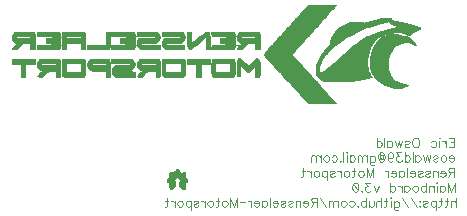
<source format=gbr>
G04 DipTrace 2.4.0.2*
%INBottomSilk.gbr*%
%MOIN*%
%ADD12C,0.003*%
%ADD85C,0.0046*%
%FSLAX44Y44*%
G04*
G70*
G90*
G75*
G01*
%LNBotSilk*%
%LPD*%
X12610Y5690D2*
D12*
X12700D1*
X12604Y5660D2*
X12711D1*
X12582Y5630D2*
X12726D1*
X12430Y5600D2*
X12460D1*
X12526D2*
X12749D1*
X12850D2*
X12910D1*
X12407Y5570D2*
X12781D1*
X12805D2*
X12919D1*
X12389Y5540D2*
X12926D1*
X12389Y5510D2*
X12923D1*
X12391Y5480D2*
X12919D1*
X12392Y5450D2*
X12918D1*
X12376Y5420D2*
X12933D1*
X12355Y5390D2*
X12611D1*
X12698D2*
X12954D1*
X12335Y5360D2*
X12587D1*
X12722D2*
X12974D1*
X12319Y5330D2*
X12569D1*
X12740D2*
X12990D1*
X12318Y5300D2*
X12571D1*
X12738D2*
X12991D1*
X12333Y5270D2*
X12584D1*
X12725D2*
X12976D1*
X12354Y5240D2*
X12595D1*
X12715D2*
X12955D1*
X12376Y5210D2*
X12602D1*
X12708D2*
X12933D1*
X12386Y5180D2*
X12602D1*
X12714D2*
X12923D1*
X12384Y5150D2*
X12595D1*
X12722D2*
X12926D1*
X12382Y5120D2*
X12580D1*
X12734D2*
X12930D1*
X12391Y5090D2*
X12560D1*
X12752D2*
X12932D1*
X12409Y5060D2*
X12513D1*
X12797D2*
X12922D1*
X12430Y5030D2*
X12460D1*
X12850D2*
X12910D1*
X17010Y11157D2*
X17940D1*
X16980Y11127D2*
X17923D1*
X16950Y11097D2*
X17902D1*
X16921Y11067D2*
X17876D1*
X16895Y11037D2*
X17848D1*
X16872Y11007D2*
X17819D1*
X16849Y10977D2*
X17789D1*
X16825Y10947D2*
X17759D1*
X16797Y10917D2*
X17730D1*
X16769Y10887D2*
X17701D1*
X16739Y10857D2*
X17675D1*
X16709Y10827D2*
X17652D1*
X16679Y10797D2*
X17629D1*
X16650Y10767D2*
X17605D1*
X16621Y10737D2*
X17577D1*
X19620D2*
X19800D1*
X16595Y10707D2*
X17549D1*
X19481D2*
X19800D1*
X16572Y10677D2*
X17519D1*
X19359D2*
X19800D1*
X16549Y10647D2*
X17491D1*
X19246D2*
X19800D1*
X16525Y10617D2*
X17464D1*
X19121D2*
X19954D1*
X16497Y10587D2*
X17442D1*
X18420D2*
X18870D1*
X18973D2*
X19596D1*
X19715D2*
X20109D1*
X16469Y10557D2*
X17419D1*
X18340D2*
X19461D1*
X19741D2*
X20260D1*
X16439Y10527D2*
X17395D1*
X18270D2*
X19343D1*
X19809D2*
X20401D1*
X16409Y10497D2*
X17367D1*
X18209D2*
X18794D1*
X18825D2*
X19242D1*
X19901D2*
X20528D1*
X16379Y10467D2*
X17339D1*
X18153D2*
X19152D1*
X20011D2*
X20630D1*
X16350Y10437D2*
X17309D1*
X18102D2*
X19066D1*
X20130D2*
X20708D1*
X16321Y10407D2*
X17280D1*
X18056D2*
X18983D1*
X19993D2*
X20740D1*
X16295Y10377D2*
X17251D1*
X18018D2*
X18902D1*
X19851D2*
X20751D1*
X16272Y10347D2*
X17224D1*
X17988D2*
X18826D1*
X19716D2*
X20760D1*
X16249Y10317D2*
X17202D1*
X17962D2*
X18404D1*
X18435D2*
X18757D1*
X19592D2*
X20669D1*
X16225Y10287D2*
X17179D1*
X17936D2*
X18693D1*
X19476D2*
X20596D1*
X7230Y10257D2*
X7890D1*
X7980D2*
X8730D1*
X8820D2*
X9570D1*
X10290D2*
X10410D1*
X10470D2*
X11220D1*
X11310D2*
X12000D1*
X12150D2*
X12840D1*
X12990D2*
X13110D1*
X13590D2*
X13710D1*
X13800D2*
X14550D1*
X14730D2*
X15390D1*
X16197D2*
X17155D1*
X17909D2*
X18631D1*
X19370D2*
X20537D1*
X7204Y10227D2*
X7903D1*
X7980D2*
X8743D1*
X8820D2*
X9583D1*
X10290D2*
X10410D1*
X10470D2*
X11233D1*
X11310D2*
X12025D1*
X12150D2*
X12864D1*
X12990D2*
X13110D1*
X13546D2*
X13723D1*
X13800D2*
X14563D1*
X14697D2*
X15403D1*
X16169D2*
X17127D1*
X17884D2*
X18571D1*
X19279D2*
X19770D1*
X20190D2*
X20487D1*
X7183Y10197D2*
X7912D1*
X7980D2*
X8752D1*
X8820D2*
X9592D1*
X10290D2*
X10410D1*
X10470D2*
X11242D1*
X11310D2*
X12046D1*
X12150D2*
X12881D1*
X12990D2*
X13110D1*
X13507D2*
X13732D1*
X13801D2*
X14572D1*
X14673D2*
X15412D1*
X16139D2*
X17099D1*
X17863D2*
X18515D1*
X19202D2*
X19664D1*
X19695D2*
X19948D1*
X20280D2*
X20442D1*
X7166Y10167D2*
X7916D1*
X7980D2*
X8756D1*
X8820D2*
X9596D1*
X10290D2*
X10410D1*
X10470D2*
X11246D1*
X11310D2*
X12063D1*
X12150D2*
X12892D1*
X12990D2*
X13110D1*
X13472D2*
X13736D1*
X13805D2*
X14576D1*
X14656D2*
X15416D1*
X16109D2*
X17069D1*
X17844D2*
X18462D1*
X19134D2*
X19526D1*
X19650D2*
X20087D1*
X20370D2*
X20400D1*
X7153Y10137D2*
X7918D1*
X7980D2*
X8758D1*
X8820D2*
X9598D1*
X10290D2*
X10410D1*
X10470D2*
X11248D1*
X11310D2*
X12076D1*
X12150D2*
X12902D1*
X12990D2*
X13110D1*
X13436D2*
X13738D1*
X13816D2*
X14578D1*
X14647D2*
X15418D1*
X16079D2*
X17039D1*
X17828D2*
X18410D1*
X19066D2*
X19464D1*
X19580D2*
X20196D1*
X7146Y10107D2*
X7919D1*
X7980D2*
X8759D1*
X8820D2*
X9599D1*
X10290D2*
X10410D1*
X10470D2*
X11249D1*
X11310D2*
X12082D1*
X12150D2*
X12914D1*
X12990D2*
X13110D1*
X13398D2*
X13739D1*
X13830D2*
X14579D1*
X14643D2*
X15419D1*
X16050D2*
X17009D1*
X17812D2*
X18356D1*
X18999D2*
X19408D1*
X19520D2*
X20283D1*
X7143Y10077D2*
X7290D1*
X7770D2*
X7919D1*
X8610D2*
X8759D1*
X8820D2*
X8940D1*
X9450D2*
X9599D1*
X10290D2*
X10410D1*
X11100D2*
X11249D1*
X11910D2*
X12082D1*
X12750D2*
X12930D1*
X12990D2*
X13110D1*
X13360D2*
X13739D1*
X14430D2*
X14579D1*
X14642D2*
X14790D1*
X15270D2*
X15419D1*
X16021D2*
X16980D1*
X17797D2*
X18303D1*
X18935D2*
X19363D1*
X19469D2*
X20352D1*
X7146Y10047D2*
X7919D1*
X8280D2*
X8759D1*
X8820D2*
X9599D1*
X10290D2*
X10410D1*
X10770D2*
X11249D1*
X11370D2*
X12075D1*
X12210D2*
X12914D1*
X12990D2*
X13110D1*
X13324D2*
X13556D1*
X13620D2*
X13739D1*
X14100D2*
X14579D1*
X14645D2*
X15419D1*
X15995D2*
X16951D1*
X17783D2*
X18252D1*
X18878D2*
X19325D1*
X19424D2*
X20407D1*
X7154Y10017D2*
X7919D1*
X8280D2*
X8759D1*
X8820D2*
X9599D1*
X10290D2*
X10410D1*
X10770D2*
X11249D1*
X11351D2*
X12063D1*
X12191D2*
X12901D1*
X12990D2*
X13110D1*
X13290D2*
X13521D1*
X13620D2*
X13739D1*
X14100D2*
X14579D1*
X14653D2*
X15419D1*
X15972D2*
X16925D1*
X17772D2*
X18205D1*
X18827D2*
X19292D1*
X19386D2*
X20450D1*
X7168Y9987D2*
X7920D1*
X8280D2*
X8760D1*
X8820D2*
X9600D1*
X10290D2*
X10410D1*
X10770D2*
X11250D1*
X11335D2*
X12045D1*
X12175D2*
X12883D1*
X12990D2*
X13111D1*
X13253D2*
X13487D1*
X13620D2*
X13740D1*
X14100D2*
X14580D1*
X14667D2*
X15420D1*
X15949D2*
X16902D1*
X17764D2*
X17894D1*
X17925D2*
X18162D1*
X18782D2*
X19261D1*
X19352D2*
X20485D1*
X7192Y9957D2*
X7920D1*
X8280D2*
X8760D1*
X8820D2*
X9600D1*
X10290D2*
X10410D1*
X10770D2*
X11250D1*
X11323D2*
X12017D1*
X12163D2*
X12857D1*
X12990D2*
X13115D1*
X13206D2*
X13452D1*
X13620D2*
X13740D1*
X14100D2*
X14580D1*
X14688D2*
X15420D1*
X15925D2*
X16879D1*
X17757D2*
X18121D1*
X18736D2*
X19235D1*
X19322D2*
X20518D1*
X7224Y9927D2*
X7920D1*
X8280D2*
X8760D1*
X8820D2*
X9600D1*
X10290D2*
X10410D1*
X10770D2*
X11250D1*
X11316D2*
X11981D1*
X12156D2*
X12821D1*
X12990D2*
X13126D1*
X13146D2*
X13416D1*
X13620D2*
X13740D1*
X14100D2*
X14580D1*
X14718D2*
X15420D1*
X15897D2*
X16855D1*
X17750D2*
X18079D1*
X18689D2*
X19212D1*
X19295D2*
X20548D1*
X7256Y9897D2*
X7920D1*
X8280D2*
X8760D1*
X8820D2*
X9600D1*
X10290D2*
X10410D1*
X10770D2*
X11250D1*
X11312D2*
X11940D1*
X12152D2*
X12780D1*
X12990D2*
X13379D1*
X13620D2*
X13740D1*
X14100D2*
X14580D1*
X14753D2*
X15420D1*
X15869D2*
X16827D1*
X17743D2*
X18037D1*
X18645D2*
X19191D1*
X19273D2*
X20138D1*
X20451D2*
X20573D1*
X7272Y9867D2*
X7500D1*
X7770D2*
X7920D1*
X8610D2*
X8760D1*
X8820D2*
X8940D1*
X9450D2*
X9600D1*
X10290D2*
X10410D1*
X11100D2*
X11250D1*
X11311D2*
X11460D1*
X12151D2*
X12300D1*
X12990D2*
X13343D1*
X13620D2*
X13740D1*
X14430D2*
X14580D1*
X14790D2*
X15000D1*
X15270D2*
X15420D1*
X15839D2*
X16799D1*
X17749D2*
X17996D1*
X18606D2*
X19170D1*
X19255D2*
X20068D1*
X20520D2*
X20591D1*
X7269Y9837D2*
X7470D1*
X7770D2*
X7920D1*
X7980D2*
X8760D1*
X8820D2*
X8940D1*
X9450D2*
X9600D1*
X9660D2*
X10410D1*
X10470D2*
X11250D1*
X11311D2*
X12090D1*
X12151D2*
X12900D1*
X12990D2*
X13307D1*
X13620D2*
X13740D1*
X13830D2*
X14580D1*
X14760D2*
X14970D1*
X15270D2*
X15420D1*
X15809D2*
X16769D1*
X17760D2*
X17959D1*
X18568D2*
X19151D1*
X19238D2*
X20013D1*
X20570D2*
X20602D1*
X7250Y9807D2*
X7440D1*
X7770D2*
X7920D1*
X7980D2*
X8759D1*
X8820D2*
X8940D1*
X9450D2*
X9600D1*
X9660D2*
X10409D1*
X10470D2*
X11249D1*
X11316D2*
X12090D1*
X12155D2*
X12900D1*
X12991D2*
X13272D1*
X13620D2*
X13740D1*
X13816D2*
X14579D1*
X14730D2*
X14940D1*
X15270D2*
X15420D1*
X15779D2*
X16739D1*
X17719D2*
X17923D1*
X18529D2*
X19134D1*
X19222D2*
X19969D1*
X20610D2*
D3*
X7225Y9777D2*
X7410D1*
X7770D2*
X7920D1*
X7980D2*
X8758D1*
X8820D2*
X8940D1*
X9450D2*
X9600D1*
X9660D2*
X10408D1*
X10470D2*
X11248D1*
X11326D2*
X12090D1*
X12162D2*
X12900D1*
X12996D2*
X13236D1*
X13620D2*
X13740D1*
X13807D2*
X14578D1*
X14701D2*
X14910D1*
X15270D2*
X15420D1*
X15750D2*
X16709D1*
X17680D2*
X17887D1*
X18490D2*
X19118D1*
X19207D2*
X19930D1*
X7198Y9747D2*
X7380D1*
X7770D2*
X7920D1*
X7980D2*
X8754D1*
X8820D2*
X8940D1*
X9450D2*
X9600D1*
X9660D2*
X10404D1*
X10470D2*
X11244D1*
X11353D2*
X12090D1*
X12186D2*
X12900D1*
X13008D2*
X13197D1*
X13620D2*
X13740D1*
X13803D2*
X14574D1*
X14675D2*
X14880D1*
X15270D2*
X15420D1*
X15721D2*
X16680D1*
X17646D2*
X17852D1*
X18455D2*
X19102D1*
X19192D2*
X19895D1*
X7169Y9717D2*
X7350D1*
X7770D2*
X7920D1*
X7980D2*
X8743D1*
X8820D2*
X8940D1*
X9450D2*
X9600D1*
X9660D2*
X10393D1*
X10470D2*
X11233D1*
X11389D2*
X12090D1*
X12223D2*
X12900D1*
X13027D2*
X13155D1*
X13620D2*
X13740D1*
X13801D2*
X14563D1*
X14656D2*
X14850D1*
X15270D2*
X15420D1*
X15695D2*
X16651D1*
X17617D2*
X17817D1*
X18422D2*
X19087D1*
X19177D2*
X19867D1*
X7140Y9687D2*
X7320D1*
X7770D2*
X7920D1*
X7980D2*
X8730D1*
X8820D2*
X8940D1*
X9450D2*
X9600D1*
X9660D2*
X10380D1*
X10470D2*
X11220D1*
X11430D2*
X12090D1*
X12270D2*
X12900D1*
X13050D2*
X13110D1*
X13620D2*
X13740D1*
X13800D2*
X14550D1*
X14640D2*
X14820D1*
X15270D2*
X15420D1*
X15672D2*
X16625D1*
X17593D2*
X17783D1*
X18389D2*
X19073D1*
X19163D2*
X19844D1*
X15649Y9657D2*
X16602D1*
X17570D2*
X17752D1*
X18355D2*
X19062D1*
X19151D2*
X19825D1*
X15625Y9627D2*
X16579D1*
X17545D2*
X17724D1*
X18317D2*
X19054D1*
X19140D2*
X19807D1*
X15599Y9597D2*
X16555D1*
X17519D2*
X17697D1*
X18280D2*
X19047D1*
X19130D2*
X19789D1*
X15575Y9567D2*
X16527D1*
X17494D2*
X17668D1*
X18244D2*
X19038D1*
X19121D2*
X19770D1*
X15555Y9537D2*
X16499D1*
X17473D2*
X17640D1*
X18212D2*
X19030D1*
X19115D2*
X19754D1*
X15550Y9507D2*
X16470D1*
X17454D2*
X17614D1*
X18180D2*
X19024D1*
X19111D2*
X19742D1*
X15557Y9477D2*
X16500D1*
X17438D2*
X17592D1*
X18150D2*
X19021D1*
X19105D2*
X19730D1*
X15578Y9447D2*
X16530D1*
X17422D2*
X17569D1*
X18119D2*
X19015D1*
X19098D2*
X19720D1*
X15603Y9417D2*
X16560D1*
X17407D2*
X17546D1*
X18086D2*
X19008D1*
X19090D2*
X19710D1*
X14700Y9387D2*
X14760D1*
X15300D2*
X15330D1*
X15631D2*
X16590D1*
X17392D2*
X17523D1*
X18052D2*
X19000D1*
X19084D2*
X19700D1*
X7140Y9357D2*
X7920D1*
X8070D2*
X8730D1*
X8820D2*
X9570D1*
X9750D2*
X10380D1*
X10470D2*
X11160D1*
X11400D2*
X12060D1*
X12150D2*
X12900D1*
X12990D2*
X13740D1*
X13830D2*
X14550D1*
X14672D2*
X14790D1*
X15266D2*
X15362D1*
X15660D2*
X16620D1*
X17377D2*
X17502D1*
X18021D2*
X18994D1*
X19082D2*
X19691D1*
X7140Y9327D2*
X7920D1*
X8041D2*
X8740D1*
X8820D2*
X9580D1*
X9721D2*
X10393D1*
X10470D2*
X11181D1*
X11371D2*
X12070D1*
X12150D2*
X12910D1*
X12990D2*
X13740D1*
X13819D2*
X14560D1*
X14651D2*
X14820D1*
X15235D2*
X15387D1*
X15690D2*
X16650D1*
X17362D2*
X17484D1*
X17989D2*
X18992D1*
X19080D2*
X19685D1*
X7140Y9297D2*
X7920D1*
X8016D2*
X8749D1*
X8820D2*
X9589D1*
X9696D2*
X10402D1*
X10470D2*
X11203D1*
X11346D2*
X12079D1*
X12150D2*
X12919D1*
X12990D2*
X13740D1*
X13810D2*
X14569D1*
X14645D2*
X14850D1*
X15203D2*
X15403D1*
X15720D2*
X16679D1*
X17347D2*
X17468D1*
X17955D2*
X18990D1*
X19080D2*
X19682D1*
X7140Y9267D2*
X7920D1*
X7998D2*
X8754D1*
X8820D2*
X9594D1*
X9678D2*
X10406D1*
X10470D2*
X11221D1*
X11328D2*
X12084D1*
X12150D2*
X12924D1*
X12990D2*
X13740D1*
X13805D2*
X14574D1*
X14642D2*
X14880D1*
X15168D2*
X15412D1*
X15749D2*
X16708D1*
X17333D2*
X17453D1*
X17918D2*
X18990D1*
X19080D2*
X19680D1*
X7140Y9237D2*
X7920D1*
X7988D2*
X8757D1*
X8820D2*
X9597D1*
X9668D2*
X10408D1*
X10470D2*
X11235D1*
X11318D2*
X12087D1*
X12150D2*
X12927D1*
X12990D2*
X13740D1*
X13802D2*
X14577D1*
X14640D2*
X14910D1*
X15134D2*
X15416D1*
X15778D2*
X16735D1*
X17321D2*
X17441D1*
X17884D2*
X18990D1*
X19080D2*
X19680D1*
X7140Y9207D2*
X7920D1*
X7983D2*
X8759D1*
X8820D2*
X9599D1*
X9663D2*
X10409D1*
X10470D2*
X11243D1*
X11313D2*
X12089D1*
X12150D2*
X12929D1*
X12990D2*
X13740D1*
X13800D2*
X14579D1*
X14640D2*
X14941D1*
X15105D2*
X15418D1*
X15805D2*
X16757D1*
X17310D2*
X17430D1*
X17851D2*
X18990D1*
X19080D2*
X19680D1*
X7470Y9177D2*
X7590D1*
X7981D2*
X8130D1*
X8610D2*
X8759D1*
X8820D2*
X8940D1*
X9450D2*
X9599D1*
X9661D2*
X9810D1*
X10290D2*
X10409D1*
X11100D2*
X11246D1*
X11311D2*
X11460D1*
X11940D2*
X12089D1*
X12150D2*
X12270D1*
X12780D2*
X12929D1*
X13290D2*
X13440D1*
X13800D2*
X13920D1*
X14430D2*
X14579D1*
X14640D2*
X14975D1*
X15076D2*
X15419D1*
X15827D2*
X16780D1*
X17300D2*
X17420D1*
X17819D2*
X18991D1*
X19080D2*
X19680D1*
X7470Y9147D2*
X7590D1*
X7981D2*
X8759D1*
X8820D2*
X8940D1*
X9450D2*
X9599D1*
X9661D2*
X10409D1*
X10620D2*
X11243D1*
X11311D2*
X12089D1*
X12150D2*
X12270D1*
X12780D2*
X12929D1*
X13290D2*
X13440D1*
X13800D2*
X13920D1*
X14430D2*
X14579D1*
X14640D2*
X15016D1*
X15040D2*
X15419D1*
X15850D2*
X16804D1*
X17291D2*
X17409D1*
X17785D2*
X18995D1*
X19080D2*
X19680D1*
X7470Y9117D2*
X7590D1*
X7986D2*
X8759D1*
X8820D2*
X8940D1*
X9450D2*
X9599D1*
X9665D2*
X10409D1*
X10563D2*
X11236D1*
X11316D2*
X12089D1*
X12150D2*
X12270D1*
X12780D2*
X12929D1*
X13290D2*
X13440D1*
X13800D2*
X13920D1*
X14430D2*
X14579D1*
X14640D2*
X15419D1*
X15874D2*
X16832D1*
X17285D2*
X17400D1*
X17746D2*
X19002D1*
X19081D2*
X19680D1*
X7470Y9087D2*
X7590D1*
X7996D2*
X8760D1*
X8820D2*
X8940D1*
X9450D2*
X9600D1*
X9674D2*
X10410D1*
X10521D2*
X11222D1*
X11326D2*
X12090D1*
X12150D2*
X12270D1*
X12780D2*
X12930D1*
X13290D2*
X13440D1*
X13800D2*
X13920D1*
X14430D2*
X14580D1*
X14640D2*
X14760D1*
X14821D2*
X15210D1*
X15270D2*
X15419D1*
X15902D2*
X16860D1*
X17282D2*
X17390D1*
X17706D2*
X19009D1*
X19085D2*
X19681D1*
X7470Y9057D2*
X7590D1*
X8023D2*
X8760D1*
X8820D2*
X8940D1*
X9450D2*
X9600D1*
X9689D2*
X10410D1*
X10490D2*
X11200D1*
X11353D2*
X12090D1*
X12150D2*
X12270D1*
X12780D2*
X12930D1*
X13290D2*
X13440D1*
X13800D2*
X13920D1*
X14430D2*
X14580D1*
X14640D2*
X14760D1*
X14853D2*
X15180D1*
X15270D2*
X15420D1*
X15930D2*
X16890D1*
X17280D2*
X17381D1*
X17666D2*
X19015D1*
X19092D2*
X19685D1*
X7470Y9027D2*
X7590D1*
X8061D2*
X8760D1*
X8820D2*
X8940D1*
X9450D2*
X9600D1*
X9726D2*
X10410D1*
X10479D2*
X11165D1*
X11391D2*
X12090D1*
X12150D2*
X12270D1*
X12780D2*
X12930D1*
X13290D2*
X13440D1*
X13800D2*
X13920D1*
X14430D2*
X14580D1*
X14640D2*
X14760D1*
X14887D2*
X15150D1*
X15270D2*
X15420D1*
X15960D2*
X16920D1*
X17280D2*
X17375D1*
X17629D2*
X19019D1*
X19100D2*
X19692D1*
X7470Y8997D2*
X7590D1*
X8108D2*
X8760D1*
X8820D2*
X8940D1*
X9450D2*
X9600D1*
X9779D2*
X10410D1*
X10474D2*
X11120D1*
X11438D2*
X12090D1*
X12150D2*
X12270D1*
X12780D2*
X12930D1*
X13290D2*
X13440D1*
X13800D2*
X13920D1*
X14430D2*
X14580D1*
X14640D2*
X14760D1*
X14917D2*
X15120D1*
X15270D2*
X15420D1*
X15990D2*
X16950D1*
X17280D2*
X17372D1*
X17591D2*
X19024D1*
X19106D2*
X19701D1*
X7470Y8967D2*
X7590D1*
X8160D2*
X8760D1*
X8820D2*
X8940D1*
X9450D2*
X9600D1*
X9840D2*
X10410D1*
X10471D2*
X11070D1*
X11490D2*
X12090D1*
X12150D2*
X12270D1*
X12780D2*
X12930D1*
X13290D2*
X13440D1*
X13800D2*
X13920D1*
X14430D2*
X14580D1*
X14640D2*
X14760D1*
X14945D2*
X15090D1*
X15270D2*
X15420D1*
X16020D2*
X16979D1*
X17280D2*
X17373D1*
X17548D2*
X19033D1*
X19113D2*
X19710D1*
X7470Y8937D2*
X7590D1*
X8130D2*
X8340D1*
X8610D2*
X8760D1*
X8820D2*
X9600D1*
X10290D2*
X10410D1*
X10471D2*
X11250D1*
X11460D2*
X11640D1*
X11940D2*
X12090D1*
X12150D2*
X12930D1*
X13290D2*
X13440D1*
X13800D2*
X14580D1*
X14640D2*
X14760D1*
X14972D2*
X15060D1*
X15270D2*
X15420D1*
X16049D2*
X17008D1*
X17280D2*
X17378D1*
X17493D2*
X19044D1*
X19122D2*
X19720D1*
X7470Y8907D2*
X7590D1*
X8100D2*
X8310D1*
X8610D2*
X8760D1*
X8820D2*
X9599D1*
X10290D2*
X10410D1*
X10475D2*
X11250D1*
X11430D2*
X11611D1*
X11940D2*
X12090D1*
X12150D2*
X12929D1*
X13290D2*
X13440D1*
X13800D2*
X14579D1*
X14640D2*
X14760D1*
X15000D2*
X15030D1*
X15270D2*
X15420D1*
X16078D2*
X17035D1*
X17280D2*
X17401D1*
X17421D2*
X19058D1*
X19134D2*
X19730D1*
X7470Y8877D2*
X7590D1*
X8070D2*
X8280D1*
X8610D2*
X8760D1*
X8820D2*
X9598D1*
X10290D2*
X10410D1*
X10483D2*
X11250D1*
X11400D2*
X11585D1*
X11940D2*
X12089D1*
X12150D2*
X12928D1*
X13290D2*
X13440D1*
X13801D2*
X14578D1*
X14640D2*
X14760D1*
X15270D2*
X15419D1*
X16105D2*
X17057D1*
X17281D2*
X19072D1*
X19148D2*
X19739D1*
X7470Y8847D2*
X7590D1*
X8040D2*
X8250D1*
X8610D2*
X8760D1*
X8820D2*
X9593D1*
X10290D2*
X10410D1*
X10498D2*
X11250D1*
X11370D2*
X11562D1*
X11940D2*
X12088D1*
X12152D2*
X12923D1*
X13290D2*
X13440D1*
X13806D2*
X14573D1*
X14640D2*
X14760D1*
X15270D2*
X15418D1*
X16127D2*
X17080D1*
X17284D2*
X19087D1*
X19164D2*
X19751D1*
X7470Y8817D2*
X7590D1*
X8010D2*
X8220D1*
X8610D2*
X8760D1*
X8820D2*
X9581D1*
X10290D2*
X10410D1*
X10519D2*
X11250D1*
X11340D2*
X11539D1*
X11940D2*
X12084D1*
X12157D2*
X12911D1*
X13290D2*
X13440D1*
X13818D2*
X14561D1*
X14640D2*
X14760D1*
X15270D2*
X15414D1*
X16150D2*
X17104D1*
X17302D2*
X19103D1*
X19182D2*
X19765D1*
X7470Y8787D2*
X7590D1*
X7980D2*
X8190D1*
X8610D2*
X8760D1*
X8820D2*
X9562D1*
X10290D2*
X10410D1*
X10566D2*
X11250D1*
X11310D2*
X11515D1*
X11940D2*
X12073D1*
X12181D2*
X12892D1*
X13290D2*
X13440D1*
X13837D2*
X14542D1*
X14640D2*
X14760D1*
X15270D2*
X15403D1*
X16174D2*
X17132D1*
X17330D2*
X19120D1*
X19205D2*
X19783D1*
X7470Y8757D2*
X7590D1*
X8100D2*
X8160D1*
X8610D2*
X8760D1*
X8970D2*
X9540D1*
X10290D2*
X10410D1*
X10620D2*
X11250D1*
X11340D2*
X11490D1*
X11940D2*
X12060D1*
X12210D2*
X12240D1*
X12300D2*
X12870D1*
X13290D2*
X13440D1*
X13860D2*
X14520D1*
X15270D2*
X15390D1*
X16202D2*
X17160D1*
X17363D2*
X19140D1*
X19232D2*
X19805D1*
X16230Y8727D2*
X17190D1*
X17397D2*
X18998D1*
X19259D2*
X19828D1*
X16260Y8697D2*
X17220D1*
X17435D2*
X18841D1*
X19286D2*
X19853D1*
X16290Y8667D2*
X17250D1*
X17483D2*
X18667D1*
X19313D2*
X19883D1*
X16320Y8637D2*
X17279D1*
X17543D2*
X18475D1*
X19343D2*
X19921D1*
X16350Y8607D2*
X17308D1*
X17610D2*
X18270D1*
X19380D2*
X19966D1*
X16380Y8577D2*
X17335D1*
X19424D2*
X20023D1*
X16410Y8547D2*
X17357D1*
X19473D2*
X20102D1*
X16440Y8517D2*
X17380D1*
X19527D2*
X20211D1*
X16470Y8487D2*
X17404D1*
X19592D2*
X20340D1*
X16500Y8457D2*
X17432D1*
X19675D2*
X20274D1*
X16529Y8427D2*
X17459D1*
X19777D2*
X20203D1*
X16558Y8397D2*
X17485D1*
X19890D2*
X20130D1*
X16585Y8367D2*
X17507D1*
X16607Y8337D2*
X17530D1*
X16630Y8307D2*
X17554D1*
X16654Y8277D2*
X17582D1*
X16682Y8247D2*
X17610D1*
X16710Y8217D2*
X17640D1*
X16740Y8187D2*
X17670D1*
X16770Y8157D2*
X17700D1*
X16800Y8127D2*
X17729D1*
X16829Y8097D2*
X17758D1*
X16858Y8067D2*
X17785D1*
X16885Y8037D2*
X17807D1*
X16907Y8007D2*
X17830D1*
X16930Y7977D2*
X17854D1*
X16954Y7947D2*
X17882D1*
X16981Y7917D2*
X17910D1*
X17010Y7887D2*
X17940D1*
X12610Y5690D2*
X12604Y5660D1*
X12582Y5630D1*
X12526Y5600D1*
X12460Y5570D1*
X12700Y5690D2*
X12711Y5660D1*
X12726Y5630D1*
X12749Y5600D1*
X12781Y5570D1*
X12820Y5540D1*
X12430Y5600D2*
X12407Y5570D1*
X12389Y5540D1*
Y5510D1*
X12391Y5480D1*
X12392Y5450D1*
X12376Y5420D1*
X12355Y5390D1*
X12335Y5360D1*
X12319Y5330D1*
X12318Y5300D1*
X12333Y5270D1*
X12354Y5240D1*
X12376Y5210D1*
X12386Y5180D1*
X12384Y5150D1*
X12382Y5120D1*
X12391Y5090D1*
X12409Y5060D1*
X12430Y5030D1*
X12460Y5600D2*
X12490Y5570D1*
X12850Y5600D2*
X12805Y5570D1*
X12760Y5540D1*
X12910Y5600D2*
X12919Y5570D1*
X12926Y5540D1*
X12923Y5510D1*
X12919Y5480D1*
X12918Y5450D1*
X12933Y5420D1*
X12954Y5390D1*
X12974Y5360D1*
X12990Y5330D1*
X12991Y5300D1*
X12976Y5270D1*
X12955Y5240D1*
X12933Y5210D1*
X12923Y5180D1*
X12926Y5150D1*
X12930Y5120D1*
X12932Y5090D1*
X12922Y5060D1*
X12910Y5030D1*
X12640Y5420D2*
X12611Y5390D1*
X12587Y5360D1*
X12569Y5330D1*
X12571Y5300D1*
X12584Y5270D1*
X12595Y5240D1*
X12602Y5210D1*
Y5180D1*
X12595Y5150D1*
X12580Y5120D1*
X12560Y5090D1*
X12513Y5060D1*
X12460Y5030D1*
X12670Y5420D2*
X12698Y5390D1*
X12722Y5360D1*
X12740Y5330D1*
X12738Y5300D1*
X12725Y5270D1*
X12715Y5240D1*
X12708Y5210D1*
X12714Y5180D1*
X12722Y5150D1*
X12734Y5120D1*
X12752Y5090D1*
X12797Y5060D1*
X12850Y5030D1*
X17010Y11157D2*
X16980Y11127D1*
X16950Y11097D1*
X16921Y11067D1*
X16895Y11037D1*
X16872Y11007D1*
X16849Y10977D1*
X16825Y10947D1*
X16797Y10917D1*
X16769Y10887D1*
X16739Y10857D1*
X16709Y10827D1*
X16679Y10797D1*
X16650Y10767D1*
X16621Y10737D1*
X16595Y10707D1*
X16572Y10677D1*
X16549Y10647D1*
X16525Y10617D1*
X16497Y10587D1*
X16469Y10557D1*
X16439Y10527D1*
X16409Y10497D1*
X16379Y10467D1*
X16350Y10437D1*
X16321Y10407D1*
X16295Y10377D1*
X16272Y10347D1*
X16249Y10317D1*
X16225Y10287D1*
X16197Y10257D1*
X16169Y10227D1*
X16139Y10197D1*
X16109Y10167D1*
X16079Y10137D1*
X16050Y10107D1*
X16021Y10077D1*
X15995Y10047D1*
X15972Y10017D1*
X15949Y9987D1*
X15925Y9957D1*
X15897Y9927D1*
X15869Y9897D1*
X15839Y9867D1*
X15809Y9837D1*
X15779Y9807D1*
X15750Y9777D1*
X15721Y9747D1*
X15695Y9717D1*
X15672Y9687D1*
X15649Y9657D1*
X15625Y9627D1*
X15599Y9597D1*
X15575Y9567D1*
X15555Y9537D1*
X15550Y9507D1*
X15557Y9477D1*
X15578Y9447D1*
X15603Y9417D1*
X15631Y9387D1*
X15660Y9357D1*
X15690Y9327D1*
X15720Y9297D1*
X15749Y9267D1*
X15778Y9237D1*
X15805Y9207D1*
X15827Y9177D1*
X15850Y9147D1*
X15874Y9117D1*
X15902Y9087D1*
X15930Y9057D1*
X15960Y9027D1*
X15990Y8997D1*
X16020Y8967D1*
X16049Y8937D1*
X16078Y8907D1*
X16105Y8877D1*
X16127Y8847D1*
X16150Y8817D1*
X16174Y8787D1*
X16202Y8757D1*
X16230Y8727D1*
X16260Y8697D1*
X16290Y8667D1*
X16320Y8637D1*
X16350Y8607D1*
X16380Y8577D1*
X16410Y8547D1*
X16440Y8517D1*
X16470Y8487D1*
X16500Y8457D1*
X16529Y8427D1*
X16558Y8397D1*
X16585Y8367D1*
X16607Y8337D1*
X16630Y8307D1*
X16654Y8277D1*
X16682Y8247D1*
X16710Y8217D1*
X16740Y8187D1*
X16770Y8157D1*
X16800Y8127D1*
X16829Y8097D1*
X16858Y8067D1*
X16885Y8037D1*
X16907Y8007D1*
X16930Y7977D1*
X16954Y7947D1*
X16981Y7917D1*
X17010Y7887D1*
X17940Y11157D2*
X17923Y11127D1*
X17902Y11097D1*
X17876Y11067D1*
X17848Y11037D1*
X17819Y11007D1*
X17789Y10977D1*
X17759Y10947D1*
X17730Y10917D1*
X17701Y10887D1*
X17675Y10857D1*
X17652Y10827D1*
X17629Y10797D1*
X17605Y10767D1*
X17577Y10737D1*
X17549Y10707D1*
X17519Y10677D1*
X17491Y10647D1*
X17464Y10617D1*
X17442Y10587D1*
X17419Y10557D1*
X17395Y10527D1*
X17367Y10497D1*
X17339Y10467D1*
X17309Y10437D1*
X17280Y10407D1*
X17251Y10377D1*
X17224Y10347D1*
X17202Y10317D1*
X17179Y10287D1*
X17155Y10257D1*
X17127Y10227D1*
X17099Y10197D1*
X17069Y10167D1*
X17039Y10137D1*
X17009Y10107D1*
X16980Y10077D1*
X16951Y10047D1*
X16925Y10017D1*
X16902Y9987D1*
X16879Y9957D1*
X16855Y9927D1*
X16827Y9897D1*
X16799Y9867D1*
X16769Y9837D1*
X16739Y9807D1*
X16709Y9777D1*
X16680Y9747D1*
X16651Y9717D1*
X16625Y9687D1*
X16602Y9657D1*
X16579Y9627D1*
X16555Y9597D1*
X16527Y9567D1*
X16499Y9537D1*
X16470Y9507D1*
X16500Y9477D1*
X16530Y9447D1*
X16560Y9417D1*
X16590Y9387D1*
X16620Y9357D1*
X16650Y9327D1*
X16679Y9297D1*
X16708Y9267D1*
X16735Y9237D1*
X16757Y9207D1*
X16780Y9177D1*
X16804Y9147D1*
X16832Y9117D1*
X16860Y9087D1*
X16890Y9057D1*
X16920Y9027D1*
X16950Y8997D1*
X16979Y8967D1*
X17008Y8937D1*
X17035Y8907D1*
X17057Y8877D1*
X17080Y8847D1*
X17104Y8817D1*
X17132Y8787D1*
X17160Y8757D1*
X17190Y8727D1*
X17220Y8697D1*
X17250Y8667D1*
X17279Y8637D1*
X17308Y8607D1*
X17335Y8577D1*
X17357Y8547D1*
X17380Y8517D1*
X17404Y8487D1*
X17432Y8457D1*
X17459Y8427D1*
X17485Y8397D1*
X17507Y8367D1*
X17530Y8337D1*
X17554Y8307D1*
X17582Y8277D1*
X17610Y8247D1*
X17640Y8217D1*
X17670Y8187D1*
X17700Y8157D1*
X17729Y8127D1*
X17758Y8097D1*
X17785Y8067D1*
X17807Y8037D1*
X17830Y8007D1*
X17854Y7977D1*
X17882Y7947D1*
X17910Y7917D1*
X17940Y7887D1*
X19620Y10737D2*
X19481Y10707D1*
X19359Y10677D1*
X19246Y10647D1*
X19121Y10617D1*
X18973Y10587D1*
X18810Y10557D1*
X19800Y10737D2*
Y10707D1*
Y10677D1*
Y10647D1*
X19954Y10617D1*
X20109Y10587D1*
X20260Y10557D1*
X20401Y10527D1*
X20528Y10497D1*
X20630Y10467D1*
X20708Y10437D1*
X20740Y10407D1*
X20751Y10377D1*
X20760Y10347D1*
X20669Y10317D1*
X20596Y10287D1*
X20537Y10257D1*
X20487Y10227D1*
X20442Y10197D1*
X20400Y10167D1*
X18420Y10587D2*
X18340Y10557D1*
X18270Y10527D1*
X18209Y10497D1*
X18153Y10467D1*
X18102Y10437D1*
X18056Y10407D1*
X18018Y10377D1*
X17988Y10347D1*
X17962Y10317D1*
X17936Y10287D1*
X17909Y10257D1*
X17884Y10227D1*
X17863Y10197D1*
X17844Y10167D1*
X17828Y10137D1*
X17812Y10107D1*
X17797Y10077D1*
X17783Y10047D1*
X17772Y10017D1*
X17764Y9987D1*
X17757Y9957D1*
X17750Y9927D1*
X17743Y9897D1*
X17749Y9867D1*
X17760Y9837D1*
X17719Y9807D1*
X17680Y9777D1*
X17646Y9747D1*
X17617Y9717D1*
X17593Y9687D1*
X17570Y9657D1*
X17545Y9627D1*
X17519Y9597D1*
X17494Y9567D1*
X17473Y9537D1*
X17454Y9507D1*
X17438Y9477D1*
X17422Y9447D1*
X17407Y9417D1*
X17392Y9387D1*
X17377Y9357D1*
X17362Y9327D1*
X17347Y9297D1*
X17333Y9267D1*
X17321Y9237D1*
X17310Y9207D1*
X17300Y9177D1*
X17291Y9147D1*
X17285Y9117D1*
X17282Y9087D1*
X17280Y9057D1*
Y9027D1*
Y8997D1*
Y8967D1*
Y8937D1*
Y8907D1*
X17281Y8877D1*
X17284Y8847D1*
X17302Y8817D1*
X17330Y8787D1*
X17363Y8757D1*
X17397Y8727D1*
X17435Y8697D1*
X17483Y8667D1*
X17543Y8637D1*
X17610Y8607D1*
X18870Y10587D2*
X18900Y10557D1*
X19740Y10617D2*
X19596Y10587D1*
X19461Y10557D1*
X19343Y10527D1*
X19242Y10497D1*
X19152Y10467D1*
X19066Y10437D1*
X18983Y10407D1*
X18902Y10377D1*
X18826Y10347D1*
X18757Y10317D1*
X18693Y10287D1*
X18631Y10257D1*
X18571Y10227D1*
X18515Y10197D1*
X18462Y10167D1*
X18410Y10137D1*
X18356Y10107D1*
X18303Y10077D1*
X18252Y10047D1*
X18205Y10017D1*
X18162Y9987D1*
X18121Y9957D1*
X18079Y9927D1*
X18037Y9897D1*
X17996Y9867D1*
X17959Y9837D1*
X17923Y9807D1*
X17887Y9777D1*
X17852Y9747D1*
X17817Y9717D1*
X17783Y9687D1*
X17752Y9657D1*
X17724Y9627D1*
X17697Y9597D1*
X17668Y9567D1*
X17640Y9537D1*
X17614Y9507D1*
X17592Y9477D1*
X17569Y9447D1*
X17546Y9417D1*
X17523Y9387D1*
X17502Y9357D1*
X17484Y9327D1*
X17468Y9297D1*
X17453Y9267D1*
X17441Y9237D1*
X17430Y9207D1*
X17420Y9177D1*
X17409Y9147D1*
X17400Y9117D1*
X17390Y9087D1*
X17381Y9057D1*
X17375Y9027D1*
X17372Y8997D1*
X17373Y8967D1*
X17378Y8937D1*
X17401Y8907D1*
X17430Y8877D1*
X19710Y10617D2*
X19715Y10587D1*
X19741Y10557D1*
X19809Y10527D1*
X19901Y10497D1*
X20011Y10467D1*
X20130Y10437D1*
X19993Y10407D1*
X19851Y10377D1*
X19716Y10347D1*
X19592Y10317D1*
X19476Y10287D1*
X19370Y10257D1*
X19279Y10227D1*
X19202Y10197D1*
X19134Y10167D1*
X19066Y10137D1*
X18999Y10107D1*
X18935Y10077D1*
X18878Y10047D1*
X18827Y10017D1*
X18782Y9987D1*
X18736Y9957D1*
X18689Y9927D1*
X18645Y9897D1*
X18606Y9867D1*
X18568Y9837D1*
X18529Y9807D1*
X18490Y9777D1*
X18455Y9747D1*
X18422Y9717D1*
X18389Y9687D1*
X18355Y9657D1*
X18317Y9627D1*
X18280Y9597D1*
X18244Y9567D1*
X18212Y9537D1*
X18180Y9507D1*
X18150Y9477D1*
X18119Y9447D1*
X18086Y9417D1*
X18052Y9387D1*
X18021Y9357D1*
X17989Y9327D1*
X17955Y9297D1*
X17918Y9267D1*
X17884Y9237D1*
X17851Y9207D1*
X17819Y9177D1*
X17785Y9147D1*
X17746Y9117D1*
X17706Y9087D1*
X17666Y9057D1*
X17629Y9027D1*
X17591Y8997D1*
X17548Y8967D1*
X17493Y8937D1*
X17421Y8907D1*
X17340Y8877D1*
X18810Y10527D2*
X18794Y10497D1*
X18780Y10467D1*
X18810Y10527D2*
X18825Y10497D1*
X18840Y10467D1*
X18420Y10347D2*
X18404Y10317D1*
X18390Y10287D1*
X18420Y10347D2*
X18435Y10317D1*
X18450Y10287D1*
X7230Y10257D2*
X7204Y10227D1*
X7183Y10197D1*
X7166Y10167D1*
X7153Y10137D1*
X7146Y10107D1*
X7143Y10077D1*
X7146Y10047D1*
X7154Y10017D1*
X7168Y9987D1*
X7192Y9957D1*
X7224Y9927D1*
X7256Y9897D1*
X7272Y9867D1*
X7269Y9837D1*
X7250Y9807D1*
X7225Y9777D1*
X7198Y9747D1*
X7169Y9717D1*
X7140Y9687D1*
X7890Y10257D2*
X7903Y10227D1*
X7912Y10197D1*
X7916Y10167D1*
X7918Y10137D1*
X7919Y10107D1*
Y10077D1*
Y10047D1*
Y10017D1*
X7920Y9987D1*
Y9957D1*
Y9927D1*
Y9897D1*
Y9867D1*
Y9837D1*
Y9807D1*
Y9777D1*
Y9747D1*
Y9717D1*
Y9687D1*
X7980Y10257D2*
Y10227D1*
Y10197D1*
Y10167D1*
Y10137D1*
Y10107D1*
X8730Y10257D2*
X8743Y10227D1*
X8752Y10197D1*
X8756Y10167D1*
X8758Y10137D1*
X8759Y10107D1*
Y10077D1*
Y10047D1*
Y10017D1*
X8760Y9987D1*
Y9957D1*
Y9927D1*
Y9897D1*
Y9867D1*
Y9837D1*
X8759Y9807D1*
X8758Y9777D1*
X8754Y9747D1*
X8743Y9717D1*
X8730Y9687D1*
X8820Y10257D2*
Y10227D1*
Y10197D1*
Y10167D1*
Y10137D1*
Y10107D1*
Y10077D1*
Y10047D1*
Y10017D1*
Y9987D1*
Y9957D1*
Y9927D1*
Y9897D1*
Y9867D1*
Y9837D1*
Y9807D1*
Y9777D1*
Y9747D1*
Y9717D1*
Y9687D1*
X9570Y10257D2*
X9583Y10227D1*
X9592Y10197D1*
X9596Y10167D1*
X9598Y10137D1*
X9599Y10107D1*
Y10077D1*
Y10047D1*
Y10017D1*
X9600Y9987D1*
Y9957D1*
Y9927D1*
Y9897D1*
Y9867D1*
Y9837D1*
Y9807D1*
Y9777D1*
Y9747D1*
Y9717D1*
Y9687D1*
X10290Y10257D2*
Y10227D1*
Y10197D1*
Y10167D1*
Y10137D1*
Y10107D1*
Y10077D1*
Y10047D1*
Y10017D1*
Y9987D1*
Y9957D1*
Y9927D1*
Y9897D1*
Y9867D1*
Y9837D1*
X10410Y10257D2*
Y10227D1*
Y10197D1*
Y10167D1*
Y10137D1*
Y10107D1*
Y10077D1*
Y10047D1*
Y10017D1*
Y9987D1*
Y9957D1*
Y9927D1*
Y9897D1*
Y9867D1*
Y9837D1*
X10409Y9807D1*
X10408Y9777D1*
X10404Y9747D1*
X10393Y9717D1*
X10380Y9687D1*
X10470Y10257D2*
Y10227D1*
Y10197D1*
Y10167D1*
Y10137D1*
Y10107D1*
X11220Y10257D2*
X11233Y10227D1*
X11242Y10197D1*
X11246Y10167D1*
X11248Y10137D1*
X11249Y10107D1*
Y10077D1*
Y10047D1*
Y10017D1*
X11250Y9987D1*
Y9957D1*
Y9927D1*
Y9897D1*
Y9867D1*
Y9837D1*
X11249Y9807D1*
X11248Y9777D1*
X11244Y9747D1*
X11233Y9717D1*
X11220Y9687D1*
X11310Y10257D2*
Y10227D1*
Y10197D1*
Y10167D1*
Y10137D1*
Y10107D1*
X12000Y10257D2*
X12025Y10227D1*
X12046Y10197D1*
X12063Y10167D1*
X12076Y10137D1*
X12082Y10107D1*
Y10077D1*
X12075Y10047D1*
X12063Y10017D1*
X12045Y9987D1*
X12017Y9957D1*
X11981Y9927D1*
X11940Y9897D1*
X12150Y10257D2*
Y10227D1*
Y10197D1*
Y10167D1*
Y10137D1*
Y10107D1*
X12840Y10257D2*
X12864Y10227D1*
X12881Y10197D1*
X12892Y10167D1*
X12902Y10137D1*
X12914Y10107D1*
X12930Y10077D1*
X12914Y10047D1*
X12901Y10017D1*
X12883Y9987D1*
X12857Y9957D1*
X12821Y9927D1*
X12780Y9897D1*
X12990Y10257D2*
Y10227D1*
Y10197D1*
Y10167D1*
Y10137D1*
Y10107D1*
Y10077D1*
Y10047D1*
Y10017D1*
Y9987D1*
Y9957D1*
Y9927D1*
Y9897D1*
Y9867D1*
Y9837D1*
X12991Y9807D1*
X12996Y9777D1*
X13008Y9747D1*
X13027Y9717D1*
X13050Y9687D1*
X13110Y10257D2*
Y10227D1*
Y10197D1*
Y10167D1*
Y10137D1*
Y10107D1*
Y10077D1*
Y10047D1*
Y10017D1*
X13111Y9987D1*
X13115Y9957D1*
X13126Y9927D1*
X13140Y9897D1*
X13590Y10257D2*
X13546Y10227D1*
X13507Y10197D1*
X13472Y10167D1*
X13436Y10137D1*
X13398Y10107D1*
X13360Y10077D1*
X13324Y10047D1*
X13290Y10017D1*
X13253Y9987D1*
X13206Y9957D1*
X13146Y9927D1*
X13080Y9897D1*
X13710Y10257D2*
X13723Y10227D1*
X13732Y10197D1*
X13736Y10167D1*
X13738Y10137D1*
X13739Y10107D1*
Y10077D1*
Y10047D1*
Y10017D1*
X13740Y9987D1*
Y9957D1*
Y9927D1*
Y9897D1*
Y9867D1*
Y9837D1*
Y9807D1*
Y9777D1*
Y9747D1*
Y9717D1*
Y9687D1*
X13800Y10257D2*
Y10227D1*
X13801Y10197D1*
X13805Y10167D1*
X13816Y10137D1*
X13830Y10107D1*
X14550Y10257D2*
X14563Y10227D1*
X14572Y10197D1*
X14576Y10167D1*
X14578Y10137D1*
X14579Y10107D1*
Y10077D1*
Y10047D1*
Y10017D1*
X14580Y9987D1*
Y9957D1*
Y9927D1*
Y9897D1*
Y9867D1*
Y9837D1*
X14579Y9807D1*
X14578Y9777D1*
X14574Y9747D1*
X14563Y9717D1*
X14550Y9687D1*
X14730Y10257D2*
X14697Y10227D1*
X14673Y10197D1*
X14656Y10167D1*
X14647Y10137D1*
X14643Y10107D1*
X14642Y10077D1*
X14645Y10047D1*
X14653Y10017D1*
X14667Y9987D1*
X14688Y9957D1*
X14718Y9927D1*
X14753Y9897D1*
X14790Y9867D1*
X14760Y9837D1*
X14730Y9807D1*
X14701Y9777D1*
X14675Y9747D1*
X14656Y9717D1*
X14640Y9687D1*
X15390Y10257D2*
X15403Y10227D1*
X15412Y10197D1*
X15416Y10167D1*
X15418Y10137D1*
X15419Y10107D1*
Y10077D1*
Y10047D1*
Y10017D1*
X15420Y9987D1*
Y9957D1*
Y9927D1*
Y9897D1*
Y9867D1*
Y9837D1*
Y9807D1*
Y9777D1*
Y9747D1*
Y9717D1*
Y9687D1*
X19560Y10257D2*
X19770Y10227D1*
X19948Y10197D1*
X20087Y10167D1*
X20196Y10137D1*
X20283Y10107D1*
X20352Y10077D1*
X20407Y10047D1*
X20450Y10017D1*
X20485Y9987D1*
X20518Y9957D1*
X20548Y9927D1*
X20573Y9897D1*
X20591Y9867D1*
X20602Y9837D1*
X20610Y9807D1*
X20100Y10257D2*
X20190Y10227D1*
X20280Y10197D1*
X20370Y10167D1*
X19680Y10227D2*
X19664Y10197D1*
X19650Y10167D1*
X19680Y10227D2*
X19695Y10197D1*
X19710Y10167D1*
X19590Y10197D2*
X19526Y10167D1*
X19464Y10137D1*
X19408Y10107D1*
X19363Y10077D1*
X19325Y10047D1*
X19292Y10017D1*
X19261Y9987D1*
X19235Y9957D1*
X19212Y9927D1*
X19191Y9897D1*
X19170Y9867D1*
X19151Y9837D1*
X19134Y9807D1*
X19118Y9777D1*
X19102Y9747D1*
X19087Y9717D1*
X19073Y9687D1*
X19062Y9657D1*
X19054Y9627D1*
X19047Y9597D1*
X19038Y9567D1*
X19030Y9537D1*
X19024Y9507D1*
X19021Y9477D1*
X19015Y9447D1*
X19008Y9417D1*
X19000Y9387D1*
X18994Y9357D1*
X18992Y9327D1*
X18990Y9297D1*
Y9267D1*
Y9237D1*
Y9207D1*
X18991Y9177D1*
X18995Y9147D1*
X19002Y9117D1*
X19009Y9087D1*
X19015Y9057D1*
X19019Y9027D1*
X19024Y8997D1*
X19033Y8967D1*
X19044Y8937D1*
X19058Y8907D1*
X19072Y8877D1*
X19087Y8847D1*
X19103Y8817D1*
X19120Y8787D1*
X19140Y8757D1*
X18998Y8727D1*
X18841Y8697D1*
X18667Y8667D1*
X18475Y8637D1*
X18270Y8607D1*
X19650Y10167D2*
X19580Y10137D1*
X19520Y10107D1*
X19469Y10077D1*
X19424Y10047D1*
X19386Y10017D1*
X19352Y9987D1*
X19322Y9957D1*
X19295Y9927D1*
X19273Y9897D1*
X19255Y9867D1*
X19238Y9837D1*
X19222Y9807D1*
X19207Y9777D1*
X19192Y9747D1*
X19177Y9717D1*
X19163Y9687D1*
X19151Y9657D1*
X19140Y9627D1*
X19130Y9597D1*
X19121Y9567D1*
X19115Y9537D1*
X19111Y9507D1*
X19105Y9477D1*
X19098Y9447D1*
X19090Y9417D1*
X19084Y9387D1*
X19082Y9357D1*
X19080Y9327D1*
Y9297D1*
Y9267D1*
Y9237D1*
Y9207D1*
Y9177D1*
Y9147D1*
X19081Y9117D1*
X19085Y9087D1*
X19092Y9057D1*
X19100Y9027D1*
X19106Y8997D1*
X19113Y8967D1*
X19122Y8937D1*
X19134Y8907D1*
X19148Y8877D1*
X19164Y8847D1*
X19182Y8817D1*
X19205Y8787D1*
X19232Y8757D1*
X19259Y8727D1*
X19286Y8697D1*
X19313Y8667D1*
X19343Y8637D1*
X19380Y8607D1*
X19424Y8577D1*
X19473Y8547D1*
X19527Y8517D1*
X19592Y8487D1*
X19675Y8457D1*
X19777Y8427D1*
X19890Y8397D1*
X7290Y10107D2*
Y10077D1*
Y10047D1*
X7770Y10107D2*
Y10077D1*
Y10047D1*
X8940Y10107D2*
X8610Y10077D1*
X8280Y10047D1*
Y10017D1*
Y9987D1*
Y9957D1*
Y9927D1*
Y9897D1*
X8610Y9867D1*
X8940Y9837D1*
Y10107D2*
Y10077D1*
Y10047D1*
X9450Y10107D2*
Y10077D1*
Y10047D1*
X11430Y10107D2*
X11100Y10077D1*
X10770Y10047D1*
Y10017D1*
Y9987D1*
Y9957D1*
Y9927D1*
Y9897D1*
X11100Y9867D1*
X11430Y9837D1*
X11910Y10107D2*
Y10077D1*
Y10047D1*
X12750Y10107D2*
Y10077D1*
Y10047D1*
X14760Y10107D2*
X14430Y10077D1*
X14100Y10047D1*
Y10017D1*
Y9987D1*
Y9957D1*
Y9927D1*
Y9897D1*
X14430Y9867D1*
X14760Y9837D1*
X14790Y10107D2*
Y10077D1*
Y10047D1*
X15270Y10107D2*
Y10077D1*
Y10047D1*
X11370D2*
X11351Y10017D1*
X11335Y9987D1*
X11323Y9957D1*
X11316Y9927D1*
X11312Y9897D1*
X11311Y9867D1*
Y9837D1*
X11316Y9807D1*
X11326Y9777D1*
X11353Y9747D1*
X11389Y9717D1*
X11430Y9687D1*
X12210Y10047D2*
X12191Y10017D1*
X12175Y9987D1*
X12163Y9957D1*
X12156Y9927D1*
X12152Y9897D1*
X12151Y9867D1*
Y9837D1*
X12155Y9807D1*
X12162Y9777D1*
X12186Y9747D1*
X12223Y9717D1*
X12270Y9687D1*
X13590Y10077D2*
X13556Y10047D1*
X13521Y10017D1*
X13487Y9987D1*
X13452Y9957D1*
X13416Y9927D1*
X13379Y9897D1*
X13343Y9867D1*
X13307Y9837D1*
X13272Y9807D1*
X13236Y9777D1*
X13197Y9747D1*
X13155Y9717D1*
X13110Y9687D1*
X13620Y10077D2*
Y10047D1*
Y10017D1*
Y9987D1*
Y9957D1*
Y9927D1*
Y9897D1*
Y9867D1*
Y9837D1*
Y9807D1*
Y9777D1*
Y9747D1*
Y9717D1*
Y9687D1*
X17910Y10017D2*
X17894Y9987D1*
X17880Y9957D1*
X17910Y10017D2*
X17925Y9987D1*
X17940Y9957D1*
X20220Y9927D2*
X20138Y9897D1*
X20068Y9867D1*
X20013Y9837D1*
X19969Y9807D1*
X19930Y9777D1*
X19895Y9747D1*
X19867Y9717D1*
X19844Y9687D1*
X19825Y9657D1*
X19807Y9627D1*
X19789Y9597D1*
X19770Y9567D1*
X19754Y9537D1*
X19742Y9507D1*
X19730Y9477D1*
X19720Y9447D1*
X19710Y9417D1*
X19700Y9387D1*
X19691Y9357D1*
X19685Y9327D1*
X19682Y9297D1*
X19680Y9267D1*
Y9237D1*
Y9207D1*
Y9177D1*
Y9147D1*
Y9117D1*
X19681Y9087D1*
X19685Y9057D1*
X19692Y9027D1*
X19701Y8997D1*
X19710Y8967D1*
X19720Y8937D1*
X19730Y8907D1*
X19739Y8877D1*
X19751Y8847D1*
X19765Y8817D1*
X19783Y8787D1*
X19805Y8757D1*
X19828Y8727D1*
X19853Y8697D1*
X19883Y8667D1*
X19921Y8637D1*
X19966Y8607D1*
X20023Y8577D1*
X20102Y8547D1*
X20211Y8517D1*
X20340Y8487D1*
X20274Y8457D1*
X20203Y8427D1*
X20130Y8397D1*
X20370Y9927D2*
X20451Y9897D1*
X20520Y9867D1*
X20570Y9837D1*
X20610Y9807D1*
X7530Y9897D2*
X7500Y9867D1*
X7470Y9837D1*
X7440Y9807D1*
X7410Y9777D1*
X7380Y9747D1*
X7350Y9717D1*
X7320Y9687D1*
X7770Y9897D2*
Y9867D1*
Y9837D1*
Y9807D1*
Y9777D1*
Y9747D1*
Y9717D1*
Y9687D1*
X8940Y9897D2*
Y9867D1*
Y9837D1*
Y9807D1*
Y9777D1*
Y9747D1*
Y9717D1*
Y9687D1*
X9450Y9897D2*
Y9867D1*
Y9837D1*
Y9807D1*
Y9777D1*
Y9747D1*
Y9717D1*
Y9687D1*
X11460Y9897D2*
Y9867D1*
Y9837D1*
X12300Y9897D2*
Y9867D1*
Y9837D1*
X15030Y9897D2*
X15000Y9867D1*
X14970Y9837D1*
X14940Y9807D1*
X14910Y9777D1*
X14880Y9747D1*
X14850Y9717D1*
X14820Y9687D1*
X15270Y9897D2*
Y9867D1*
Y9837D1*
Y9807D1*
Y9777D1*
Y9747D1*
Y9717D1*
Y9687D1*
X7980Y9837D2*
Y9807D1*
Y9777D1*
Y9747D1*
Y9717D1*
Y9687D1*
X9660Y9837D2*
Y9807D1*
Y9777D1*
Y9747D1*
Y9717D1*
Y9687D1*
X10470Y9837D2*
Y9807D1*
Y9777D1*
Y9747D1*
Y9717D1*
Y9687D1*
X12090Y9837D2*
Y9807D1*
Y9777D1*
Y9747D1*
Y9717D1*
Y9687D1*
X12900Y9837D2*
Y9807D1*
Y9777D1*
Y9747D1*
Y9717D1*
Y9687D1*
X13830Y9837D2*
X13816Y9807D1*
X13807Y9777D1*
X13803Y9747D1*
X13801Y9717D1*
X13800Y9687D1*
X14700Y9387D2*
X14672Y9357D1*
X14651Y9327D1*
X14645Y9297D1*
X14642Y9267D1*
X14640Y9237D1*
Y9207D1*
Y9177D1*
Y9147D1*
Y9117D1*
Y9087D1*
Y9057D1*
Y9027D1*
Y8997D1*
Y8967D1*
Y8937D1*
Y8907D1*
Y8877D1*
Y8847D1*
Y8817D1*
Y8787D1*
X14760Y9387D2*
X14790Y9357D1*
X14820Y9327D1*
X14850Y9297D1*
X14880Y9267D1*
X14910Y9237D1*
X14941Y9207D1*
X14975Y9177D1*
X15016Y9147D1*
X15060Y9117D1*
X15300Y9387D2*
X15266Y9357D1*
X15235Y9327D1*
X15203Y9297D1*
X15168Y9267D1*
X15134Y9237D1*
X15105Y9207D1*
X15076Y9177D1*
X15040Y9147D1*
X15000Y9117D1*
X15330Y9387D2*
X15362Y9357D1*
X15387Y9327D1*
X15403Y9297D1*
X15412Y9267D1*
X15416Y9237D1*
X15418Y9207D1*
X15419Y9177D1*
Y9147D1*
Y9117D1*
Y9087D1*
X15420Y9057D1*
Y9027D1*
Y8997D1*
Y8967D1*
Y8937D1*
Y8907D1*
X15419Y8877D1*
X15418Y8847D1*
X15414Y8817D1*
X15403Y8787D1*
X15390Y8757D1*
X7140Y9357D2*
Y9327D1*
Y9297D1*
Y9267D1*
Y9237D1*
Y9207D1*
Y9177D1*
X7470D1*
Y9147D1*
Y9117D1*
Y9087D1*
Y9057D1*
Y9027D1*
Y8997D1*
Y8967D1*
Y8937D1*
Y8907D1*
Y8877D1*
Y8847D1*
Y8817D1*
Y8787D1*
Y8757D1*
X7920Y9357D2*
Y9327D1*
Y9297D1*
Y9267D1*
Y9237D1*
Y9207D1*
Y9177D1*
X7590D1*
Y9147D1*
Y9117D1*
Y9087D1*
Y9057D1*
Y9027D1*
Y8997D1*
Y8967D1*
Y8937D1*
Y8907D1*
Y8877D1*
Y8847D1*
Y8817D1*
Y8787D1*
Y8757D1*
X8070Y9357D2*
X8041Y9327D1*
X8016Y9297D1*
X7998Y9267D1*
X7988Y9237D1*
X7983Y9207D1*
X7981Y9177D1*
Y9147D1*
X7986Y9117D1*
X7996Y9087D1*
X8023Y9057D1*
X8061Y9027D1*
X8108Y8997D1*
X8160Y8967D1*
X8130Y8937D1*
X8100Y8907D1*
X8070Y8877D1*
X8040Y8847D1*
X8010Y8817D1*
X7980Y8787D1*
X8100Y8757D1*
X8730Y9357D2*
X8740Y9327D1*
X8749Y9297D1*
X8754Y9267D1*
X8757Y9237D1*
X8759Y9207D1*
Y9177D1*
Y9147D1*
Y9117D1*
X8760Y9087D1*
Y9057D1*
Y9027D1*
Y8997D1*
Y8967D1*
Y8937D1*
Y8907D1*
Y8877D1*
Y8847D1*
Y8817D1*
Y8787D1*
Y8757D1*
X8820Y9357D2*
Y9327D1*
Y9297D1*
Y9267D1*
Y9237D1*
Y9207D1*
Y9177D1*
Y9147D1*
Y9117D1*
Y9087D1*
Y9057D1*
Y9027D1*
Y8997D1*
Y8967D1*
Y8937D1*
Y8907D1*
Y8877D1*
Y8847D1*
Y8817D1*
Y8787D1*
X8970Y8757D1*
X9570Y9357D2*
X9580Y9327D1*
X9589Y9297D1*
X9594Y9267D1*
X9597Y9237D1*
X9599Y9207D1*
Y9177D1*
Y9147D1*
Y9117D1*
X9600Y9087D1*
Y9057D1*
Y9027D1*
Y8997D1*
Y8967D1*
Y8937D1*
X9599Y8907D1*
X9598Y8877D1*
X9593Y8847D1*
X9581Y8817D1*
X9562Y8787D1*
X9540Y8757D1*
X9750Y9357D2*
X9721Y9327D1*
X9696Y9297D1*
X9678Y9267D1*
X9668Y9237D1*
X9663Y9207D1*
X9661Y9177D1*
Y9147D1*
X9665Y9117D1*
X9674Y9087D1*
X9689Y9057D1*
X9726Y9027D1*
X9779Y8997D1*
X9840Y8967D1*
X10380Y9357D2*
X10393Y9327D1*
X10402Y9297D1*
X10406Y9267D1*
X10408Y9237D1*
X10409Y9207D1*
Y9177D1*
Y9147D1*
Y9117D1*
X10410Y9087D1*
Y9057D1*
Y9027D1*
Y8997D1*
Y8967D1*
Y8937D1*
Y8907D1*
Y8877D1*
Y8847D1*
Y8817D1*
Y8787D1*
Y8757D1*
X10470Y9357D2*
Y9327D1*
Y9297D1*
Y9267D1*
Y9237D1*
Y9207D1*
X11160Y9357D2*
X11181Y9327D1*
X11203Y9297D1*
X11221Y9267D1*
X11235Y9237D1*
X11243Y9207D1*
X11246Y9177D1*
X11243Y9147D1*
X11236Y9117D1*
X11222Y9087D1*
X11200Y9057D1*
X11165Y9027D1*
X11120Y8997D1*
X11070Y8967D1*
X11250Y8937D1*
Y8907D1*
Y8877D1*
Y8847D1*
Y8817D1*
Y8787D1*
Y8757D1*
X11400Y9357D2*
X11371Y9327D1*
X11346Y9297D1*
X11328Y9267D1*
X11318Y9237D1*
X11313Y9207D1*
X11311Y9177D1*
Y9147D1*
X11316Y9117D1*
X11326Y9087D1*
X11353Y9057D1*
X11391Y9027D1*
X11438Y8997D1*
X11490Y8967D1*
X11460Y8937D1*
X11430Y8907D1*
X11400Y8877D1*
X11370Y8847D1*
X11340Y8817D1*
X11310Y8787D1*
X11340Y8757D1*
X12060Y9357D2*
X12070Y9327D1*
X12079Y9297D1*
X12084Y9267D1*
X12087Y9237D1*
X12089Y9207D1*
Y9177D1*
Y9147D1*
Y9117D1*
X12090Y9087D1*
Y9057D1*
Y9027D1*
Y8997D1*
Y8967D1*
Y8937D1*
Y8907D1*
X12089Y8877D1*
X12088Y8847D1*
X12084Y8817D1*
X12073Y8787D1*
X12060Y8757D1*
X12150Y9357D2*
Y9327D1*
Y9297D1*
Y9267D1*
Y9237D1*
Y9207D1*
Y9177D1*
Y9147D1*
Y9117D1*
Y9087D1*
Y9057D1*
Y9027D1*
Y8997D1*
Y8967D1*
Y8937D1*
Y8907D1*
Y8877D1*
X12152Y8847D1*
X12157Y8817D1*
X12181Y8787D1*
X12210Y8757D1*
X12900Y9357D2*
X12910Y9327D1*
X12919Y9297D1*
X12924Y9267D1*
X12927Y9237D1*
X12929Y9207D1*
Y9177D1*
Y9147D1*
Y9117D1*
X12930Y9087D1*
Y9057D1*
Y9027D1*
Y8997D1*
Y8967D1*
Y8937D1*
X12929Y8907D1*
X12928Y8877D1*
X12923Y8847D1*
X12911Y8817D1*
X12892Y8787D1*
X12870Y8757D1*
X12990Y9357D2*
Y9327D1*
Y9297D1*
Y9267D1*
Y9237D1*
Y9207D1*
Y9177D1*
X13290D1*
Y9147D1*
Y9117D1*
Y9087D1*
Y9057D1*
Y9027D1*
Y8997D1*
Y8967D1*
Y8937D1*
Y8907D1*
Y8877D1*
Y8847D1*
Y8817D1*
Y8787D1*
Y8757D1*
X13740Y9357D2*
Y9327D1*
Y9297D1*
Y9267D1*
Y9237D1*
Y9207D1*
Y9177D1*
X13440D1*
Y9147D1*
Y9117D1*
Y9087D1*
Y9057D1*
Y9027D1*
Y8997D1*
Y8967D1*
Y8937D1*
Y8907D1*
Y8877D1*
Y8847D1*
Y8817D1*
Y8787D1*
Y8757D1*
X13830Y9357D2*
X13819Y9327D1*
X13810Y9297D1*
X13805Y9267D1*
X13802Y9237D1*
X13800Y9207D1*
Y9177D1*
Y9147D1*
Y9117D1*
Y9087D1*
Y9057D1*
Y9027D1*
Y8997D1*
Y8967D1*
Y8937D1*
Y8907D1*
X13801Y8877D1*
X13806Y8847D1*
X13818Y8817D1*
X13837Y8787D1*
X13860Y8757D1*
X14550Y9357D2*
X14560Y9327D1*
X14569Y9297D1*
X14574Y9267D1*
X14577Y9237D1*
X14579Y9207D1*
Y9177D1*
Y9147D1*
Y9117D1*
X14580Y9087D1*
Y9057D1*
Y9027D1*
Y8997D1*
Y8967D1*
Y8937D1*
X14579Y8907D1*
X14578Y8877D1*
X14573Y8847D1*
X14561Y8817D1*
X14542Y8787D1*
X14520Y8757D1*
X8130Y9207D2*
Y9177D1*
Y9147D1*
X8610Y9207D2*
Y9177D1*
Y9147D1*
X8940Y9207D2*
Y9177D1*
Y9147D1*
Y9117D1*
Y9087D1*
Y9057D1*
Y9027D1*
Y8997D1*
Y8967D1*
Y8937D1*
X9450Y9207D2*
Y9177D1*
Y9147D1*
Y9117D1*
Y9087D1*
Y9057D1*
Y9027D1*
Y8997D1*
Y8967D1*
Y8937D1*
X9810Y9207D2*
Y9177D1*
Y9147D1*
X10290Y9207D2*
Y9177D1*
Y9147D1*
X11100Y9207D2*
Y9177D1*
Y9147D1*
X11460Y9207D2*
Y9177D1*
Y9147D1*
X11940Y9207D2*
Y9177D1*
Y9147D1*
X12270Y9207D2*
Y9177D1*
Y9147D1*
Y9117D1*
Y9087D1*
Y9057D1*
Y9027D1*
Y8997D1*
Y8967D1*
Y8937D1*
X12780Y9207D2*
Y9177D1*
Y9147D1*
Y9117D1*
Y9087D1*
Y9057D1*
Y9027D1*
Y8997D1*
Y8967D1*
Y8937D1*
X13920Y9207D2*
Y9177D1*
Y9147D1*
Y9117D1*
Y9087D1*
Y9057D1*
Y9027D1*
Y8997D1*
Y8967D1*
Y8937D1*
X14430Y9207D2*
Y9177D1*
Y9147D1*
Y9117D1*
Y9087D1*
Y9057D1*
Y9027D1*
Y8997D1*
Y8967D1*
Y8937D1*
X10620Y9147D2*
X10563Y9117D1*
X10521Y9087D1*
X10490Y9057D1*
X10479Y9027D1*
X10474Y8997D1*
X10471Y8967D1*
Y8937D1*
X10475Y8907D1*
X10483Y8877D1*
X10498Y8847D1*
X10519Y8817D1*
X10566Y8787D1*
X10620Y8757D1*
X14760Y9117D2*
Y9087D1*
Y9057D1*
Y9027D1*
Y8997D1*
Y8967D1*
Y8937D1*
Y8907D1*
Y8877D1*
Y8847D1*
Y8817D1*
Y8787D1*
X14790Y9117D2*
X14821Y9087D1*
X14853Y9057D1*
X14887Y9027D1*
X14917Y8997D1*
X14945Y8967D1*
X14972Y8937D1*
X15000Y8907D1*
X15240Y9117D2*
X15210Y9087D1*
X15180Y9057D1*
X15150Y9027D1*
X15120Y8997D1*
X15090Y8967D1*
X15060Y8937D1*
X15030Y8907D1*
X15270Y9117D2*
Y9087D1*
Y9057D1*
Y9027D1*
Y8997D1*
Y8967D1*
Y8937D1*
Y8907D1*
Y8877D1*
Y8847D1*
Y8817D1*
Y8787D1*
Y8757D1*
X8370Y8967D2*
X8340Y8937D1*
X8310Y8907D1*
X8280Y8877D1*
X8250Y8847D1*
X8220Y8817D1*
X8190Y8787D1*
X8160Y8757D1*
X8610Y8967D2*
Y8937D1*
Y8907D1*
Y8877D1*
Y8847D1*
Y8817D1*
Y8787D1*
Y8757D1*
X10290Y8967D2*
Y8937D1*
Y8907D1*
Y8877D1*
Y8847D1*
Y8817D1*
Y8787D1*
Y8757D1*
X11670Y8967D2*
X11640Y8937D1*
X11611Y8907D1*
X11585Y8877D1*
X11562Y8847D1*
X11539Y8817D1*
X11515Y8787D1*
X11490Y8757D1*
X11940Y8967D2*
Y8937D1*
Y8907D1*
Y8877D1*
Y8847D1*
Y8817D1*
Y8787D1*
Y8757D1*
X12270Y8787D2*
X12240Y8757D1*
X12270Y8787D2*
X12300Y8757D1*
X21708Y6721D2*
D85*
X21895D1*
Y6420D1*
X21708D1*
X21895Y6578D2*
X21780D1*
X21616Y6621D2*
Y6420D1*
Y6534D2*
X21601Y6578D1*
X21573Y6606D1*
X21544Y6621D1*
X21501D1*
X21408Y6721D2*
X21394Y6707D1*
X21379Y6721D1*
X21394Y6736D1*
X21408Y6721D1*
X21394Y6621D2*
Y6420D1*
X21114Y6578D2*
X21143Y6606D1*
X21172Y6621D1*
X21215D1*
X21243Y6606D1*
X21272Y6578D1*
X21287Y6534D1*
Y6506D1*
X21272Y6463D1*
X21243Y6434D1*
X21215Y6420D1*
X21172D1*
X21143Y6434D1*
X21114Y6463D1*
X20644Y6721D2*
X20672Y6707D1*
X20701Y6678D1*
X20716Y6649D1*
X20730Y6606D1*
Y6534D1*
X20716Y6492D1*
X20701Y6463D1*
X20672Y6434D1*
X20644Y6420D1*
X20586D1*
X20558Y6434D1*
X20529Y6463D1*
X20515Y6492D1*
X20500Y6534D1*
Y6606D1*
X20515Y6649D1*
X20529Y6678D1*
X20558Y6707D1*
X20586Y6721D1*
X20644D1*
X20250Y6578D2*
X20264Y6606D1*
X20307Y6621D1*
X20350D1*
X20393Y6606D1*
X20408Y6578D1*
X20393Y6549D1*
X20365Y6534D1*
X20293Y6520D1*
X20264Y6506D1*
X20250Y6477D1*
Y6463D1*
X20264Y6434D1*
X20307Y6420D1*
X20350D1*
X20393Y6434D1*
X20408Y6463D1*
X20157Y6621D2*
X20100Y6420D1*
X20042Y6621D1*
X19985Y6420D1*
X19928Y6621D1*
X19663D2*
Y6420D1*
Y6578D2*
X19692Y6606D1*
X19720Y6621D1*
X19763D1*
X19792Y6606D1*
X19821Y6578D1*
X19835Y6534D1*
Y6506D1*
X19821Y6463D1*
X19792Y6434D1*
X19763Y6420D1*
X19720D1*
X19692Y6434D1*
X19663Y6463D1*
X19570Y6721D2*
Y6420D1*
X19306Y6721D2*
Y6420D1*
Y6578D2*
X19334Y6606D1*
X19363Y6621D1*
X19406D1*
X19435Y6606D1*
X19463Y6578D1*
X19478Y6534D1*
Y6506D1*
X19463Y6463D1*
X19435Y6434D1*
X19406Y6420D1*
X19363D1*
X19334Y6434D1*
X19306Y6463D1*
X21891Y6053D2*
X21719D1*
Y6082D1*
X21733Y6110D1*
X21748Y6125D1*
X21777Y6139D1*
X21820D1*
X21848Y6125D1*
X21877Y6096D1*
X21891Y6053D1*
Y6024D1*
X21877Y5981D1*
X21848Y5953D1*
X21820Y5938D1*
X21777D1*
X21748Y5953D1*
X21719Y5981D1*
X21555Y6139D2*
X21583Y6125D1*
X21612Y6096D1*
X21627Y6053D1*
Y6024D1*
X21612Y5981D1*
X21583Y5953D1*
X21555Y5938D1*
X21512D1*
X21483Y5953D1*
X21454Y5981D1*
X21440Y6024D1*
Y6053D1*
X21454Y6096D1*
X21483Y6125D1*
X21512Y6139D1*
X21555D1*
X21189Y6096D2*
X21204Y6125D1*
X21247Y6139D1*
X21290D1*
X21333Y6125D1*
X21347Y6096D1*
X21333Y6067D1*
X21304Y6053D1*
X21232Y6038D1*
X21204Y6024D1*
X21189Y5995D1*
Y5981D1*
X21204Y5953D1*
X21247Y5938D1*
X21290D1*
X21333Y5953D1*
X21347Y5981D1*
X21097Y6139D2*
X21039Y5938D1*
X20982Y6139D1*
X20925Y5938D1*
X20867Y6139D1*
X20602D2*
Y5938D1*
Y6096D2*
X20631Y6125D1*
X20660Y6139D1*
X20703D1*
X20731Y6125D1*
X20760Y6096D1*
X20775Y6053D1*
Y6024D1*
X20760Y5981D1*
X20731Y5953D1*
X20703Y5938D1*
X20660D1*
X20631Y5953D1*
X20602Y5981D1*
X20510Y6239D2*
Y5938D1*
X20245Y6239D2*
Y5938D1*
Y6096D2*
X20274Y6125D1*
X20302Y6139D1*
X20346D1*
X20374Y6125D1*
X20403Y6096D1*
X20417Y6053D1*
Y6024D1*
X20403Y5981D1*
X20374Y5953D1*
X20346Y5938D1*
X20302D1*
X20274Y5953D1*
X20245Y5981D1*
X20124Y6239D2*
X19966D1*
X20052Y6124D1*
X20009D1*
X19980Y6110D1*
X19966Y6096D1*
X19951Y6053D1*
Y6024D1*
X19966Y5981D1*
X19995Y5952D1*
X20038Y5938D1*
X20081D1*
X20124Y5952D1*
X20138Y5967D1*
X20152Y5995D1*
X19672Y6139D2*
X19687Y6096D1*
X19715Y6067D1*
X19758Y6053D1*
X19773D1*
X19816Y6067D1*
X19844Y6096D1*
X19859Y6139D1*
Y6153D1*
X19844Y6196D1*
X19816Y6225D1*
X19773Y6239D1*
X19758D1*
X19715Y6225D1*
X19687Y6196D1*
X19672Y6139D1*
Y6067D1*
X19687Y5995D1*
X19715Y5952D1*
X19758Y5938D1*
X19787D1*
X19830Y5952D1*
X19844Y5981D1*
X19422Y6167D2*
X19465D1*
X19493Y6153D1*
X19508Y6139D1*
X19522Y6110D1*
Y6053D1*
X19508Y6038D1*
X19479D1*
X19422Y6053D1*
X19407Y6024D1*
X19393D1*
X19364Y6053D1*
X19350Y6124D1*
X19364Y6167D1*
X19379Y6196D1*
X19407Y6225D1*
X19436Y6239D1*
X19493D1*
X19522Y6225D1*
X19551Y6196D1*
X19565Y6167D1*
X19580Y6124D1*
Y6053D1*
X19565Y6010D1*
X19551Y5981D1*
X19522Y5952D1*
X19493Y5938D1*
X19436D1*
X19407Y5952D1*
X19379Y5981D1*
X19422Y6182D2*
Y6053D1*
X19085Y6125D2*
Y5895D1*
X19100Y5852D1*
X19114Y5837D1*
X19143Y5823D1*
X19186D1*
X19214Y5837D1*
X19085Y6082D2*
X19114Y6110D1*
X19143Y6125D1*
X19186D1*
X19214Y6110D1*
X19243Y6082D1*
X19257Y6038D1*
Y6010D1*
X19243Y5967D1*
X19214Y5938D1*
X19186Y5924D1*
X19143D1*
X19114Y5938D1*
X19085Y5967D1*
X18993Y6139D2*
Y5938D1*
Y6082D2*
X18950Y6125D1*
X18921Y6139D1*
X18878D1*
X18849Y6125D1*
X18835Y6082D1*
Y5938D1*
Y6082D2*
X18792Y6125D1*
X18763Y6139D1*
X18720D1*
X18691Y6125D1*
X18677Y6082D1*
Y5938D1*
X18412Y6139D2*
Y5938D1*
Y6096D2*
X18440Y6125D1*
X18469Y6139D1*
X18512D1*
X18541Y6125D1*
X18569Y6096D1*
X18584Y6053D1*
Y6024D1*
X18569Y5981D1*
X18541Y5953D1*
X18512Y5938D1*
X18469D1*
X18440Y5953D1*
X18412Y5981D1*
X18319Y6239D2*
X18305Y6225D1*
X18290Y6239D1*
X18305Y6254D1*
X18319Y6239D1*
X18305Y6139D2*
Y5938D1*
X18198Y6239D2*
Y5938D1*
X18091Y5967D2*
X18105Y5952D1*
X18091Y5938D1*
X18076Y5952D1*
X18091Y5967D1*
X17811Y6096D2*
X17840Y6125D1*
X17869Y6139D1*
X17912D1*
X17941Y6125D1*
X17969Y6096D1*
X17984Y6053D1*
Y6024D1*
X17969Y5981D1*
X17941Y5953D1*
X17912Y5938D1*
X17869D1*
X17840Y5953D1*
X17811Y5981D1*
X17647Y6139D2*
X17675Y6125D1*
X17704Y6096D1*
X17719Y6053D1*
Y6024D1*
X17704Y5981D1*
X17675Y5953D1*
X17647Y5938D1*
X17604D1*
X17575Y5953D1*
X17546Y5981D1*
X17532Y6024D1*
Y6053D1*
X17546Y6096D1*
X17575Y6125D1*
X17604Y6139D1*
X17647D1*
X17439D2*
Y5938D1*
Y6082D2*
X17396Y6125D1*
X17367Y6139D1*
X17324D1*
X17296Y6125D1*
X17281Y6082D1*
Y5938D1*
Y6082D2*
X17238Y6125D1*
X17209Y6139D1*
X17167D1*
X17138Y6125D1*
X17123Y6082D1*
Y5938D1*
X21899Y5584D2*
X21770D1*
X21727Y5598D1*
X21712Y5613D1*
X21698Y5641D1*
Y5670D1*
X21712Y5698D1*
X21727Y5713D1*
X21770Y5727D1*
X21899D1*
Y5426D1*
X21799Y5584D2*
X21698Y5426D1*
X21605Y5541D2*
X21433D1*
Y5569D1*
X21448Y5598D1*
X21462Y5613D1*
X21491Y5627D1*
X21534D1*
X21562Y5613D1*
X21591Y5584D1*
X21605Y5541D1*
Y5512D1*
X21591Y5469D1*
X21562Y5440D1*
X21534Y5426D1*
X21491D1*
X21462Y5440D1*
X21433Y5469D1*
X21341Y5627D2*
Y5426D1*
Y5569D2*
X21298Y5613D1*
X21269Y5627D1*
X21226D1*
X21197Y5613D1*
X21183Y5569D1*
Y5426D1*
X20932Y5584D2*
X20947Y5613D1*
X20990Y5627D1*
X21033D1*
X21076Y5613D1*
X21090Y5584D1*
X21076Y5555D1*
X21047Y5541D1*
X20976Y5526D1*
X20947Y5512D1*
X20932Y5483D1*
Y5469D1*
X20947Y5440D1*
X20990Y5426D1*
X21033D1*
X21076Y5440D1*
X21090Y5469D1*
X20682Y5584D2*
X20696Y5613D1*
X20739Y5627D1*
X20782D1*
X20826Y5613D1*
X20840Y5584D1*
X20826Y5555D1*
X20797Y5541D1*
X20725Y5526D1*
X20696Y5512D1*
X20682Y5483D1*
Y5469D1*
X20696Y5440D1*
X20739Y5426D1*
X20782D1*
X20826Y5440D1*
X20840Y5469D1*
X20589Y5541D2*
X20417D1*
Y5569D1*
X20431Y5598D1*
X20446Y5613D1*
X20475Y5627D1*
X20518D1*
X20546Y5613D1*
X20575Y5584D1*
X20589Y5541D1*
Y5512D1*
X20575Y5469D1*
X20546Y5440D1*
X20518Y5426D1*
X20475D1*
X20446Y5440D1*
X20417Y5469D1*
X20325Y5727D2*
Y5426D1*
X20060Y5627D2*
Y5426D1*
Y5584D2*
X20088Y5613D1*
X20117Y5627D1*
X20160D1*
X20189Y5613D1*
X20217Y5584D1*
X20232Y5541D1*
Y5512D1*
X20217Y5469D1*
X20189Y5440D1*
X20160Y5426D1*
X20117D1*
X20088Y5440D1*
X20060Y5469D1*
X19967Y5541D2*
X19795D1*
Y5569D1*
X19809Y5598D1*
X19824Y5613D1*
X19852Y5627D1*
X19896D1*
X19924Y5613D1*
X19953Y5584D1*
X19967Y5541D1*
Y5512D1*
X19953Y5469D1*
X19924Y5440D1*
X19896Y5426D1*
X19852D1*
X19824Y5440D1*
X19795Y5469D1*
X19702Y5627D2*
Y5426D1*
Y5541D2*
X19688Y5584D1*
X19659Y5613D1*
X19630Y5627D1*
X19587D1*
X18974Y5426D2*
Y5727D1*
X19088Y5426D1*
X19203Y5727D1*
Y5426D1*
X18809Y5627D2*
X18838Y5613D1*
X18867Y5584D1*
X18881Y5541D1*
Y5512D1*
X18867Y5469D1*
X18838Y5440D1*
X18809Y5426D1*
X18766D1*
X18737Y5440D1*
X18709Y5469D1*
X18694Y5512D1*
Y5541D1*
X18709Y5584D1*
X18737Y5613D1*
X18766Y5627D1*
X18809D1*
X18559Y5727D2*
Y5483D1*
X18544Y5440D1*
X18515Y5426D1*
X18487D1*
X18602Y5627D2*
X18501D1*
X18323D2*
X18351Y5613D1*
X18380Y5584D1*
X18394Y5541D1*
Y5512D1*
X18380Y5469D1*
X18351Y5440D1*
X18323Y5426D1*
X18280D1*
X18251Y5440D1*
X18222Y5469D1*
X18208Y5512D1*
Y5541D1*
X18222Y5584D1*
X18251Y5613D1*
X18280Y5627D1*
X18323D1*
X18115D2*
Y5426D1*
Y5541D2*
X18100Y5584D1*
X18072Y5613D1*
X18043Y5627D1*
X18000D1*
X17749Y5584D2*
X17764Y5613D1*
X17807Y5627D1*
X17850D1*
X17893Y5613D1*
X17907Y5584D1*
X17893Y5555D1*
X17864Y5541D1*
X17792Y5526D1*
X17764Y5512D1*
X17749Y5483D1*
Y5469D1*
X17764Y5440D1*
X17807Y5426D1*
X17850D1*
X17893Y5440D1*
X17907Y5469D1*
X17657Y5627D2*
Y5325D1*
Y5584D2*
X17628Y5612D1*
X17599Y5627D1*
X17556D1*
X17527Y5612D1*
X17499Y5584D1*
X17484Y5541D1*
Y5512D1*
X17499Y5469D1*
X17527Y5440D1*
X17556Y5426D1*
X17599D1*
X17628Y5440D1*
X17657Y5469D1*
X17320Y5627D2*
X17349Y5613D1*
X17377Y5584D1*
X17392Y5541D1*
Y5512D1*
X17377Y5469D1*
X17349Y5440D1*
X17320Y5426D1*
X17277D1*
X17248Y5440D1*
X17220Y5469D1*
X17205Y5512D1*
Y5541D1*
X17220Y5584D1*
X17248Y5613D1*
X17277Y5627D1*
X17320D1*
X17112D2*
Y5426D1*
Y5541D2*
X17098Y5584D1*
X17069Y5613D1*
X17040Y5627D1*
X16997D1*
X16862Y5727D2*
Y5483D1*
X16847Y5440D1*
X16818Y5426D1*
X16790D1*
X16905Y5627D2*
X16804D1*
X21683Y4932D2*
Y5233D1*
X21797Y4932D1*
X21912Y5233D1*
Y4932D1*
X21418Y5133D2*
Y4932D1*
Y5090D2*
X21446Y5119D1*
X21475Y5133D1*
X21518D1*
X21547Y5119D1*
X21575Y5090D1*
X21590Y5047D1*
Y5018D1*
X21575Y4975D1*
X21547Y4947D1*
X21518Y4932D1*
X21475D1*
X21446Y4947D1*
X21418Y4975D1*
X21325Y5233D2*
X21311Y5219D1*
X21296Y5233D1*
X21311Y5248D1*
X21325Y5233D1*
X21311Y5133D2*
Y4932D1*
X21204Y5133D2*
Y4932D1*
Y5076D2*
X21161Y5119D1*
X21132Y5133D1*
X21089D1*
X21060Y5119D1*
X21046Y5076D1*
Y4932D1*
X20953Y5233D2*
Y4932D1*
Y5090D2*
X20924Y5119D1*
X20896Y5133D1*
X20853D1*
X20824Y5119D1*
X20795Y5090D1*
X20781Y5047D1*
Y5018D1*
X20795Y4975D1*
X20824Y4947D1*
X20853Y4932D1*
X20896D1*
X20924Y4947D1*
X20953Y4975D1*
X20617Y5133D2*
X20645Y5119D1*
X20674Y5090D1*
X20688Y5047D1*
Y5018D1*
X20674Y4975D1*
X20645Y4947D1*
X20617Y4932D1*
X20574D1*
X20545Y4947D1*
X20516Y4975D1*
X20502Y5018D1*
Y5047D1*
X20516Y5090D1*
X20545Y5119D1*
X20574Y5133D1*
X20617D1*
X20237D2*
Y4932D1*
Y5090D2*
X20266Y5119D1*
X20294Y5133D1*
X20337D1*
X20366Y5119D1*
X20395Y5090D1*
X20409Y5047D1*
Y5018D1*
X20395Y4975D1*
X20366Y4947D1*
X20337Y4932D1*
X20294D1*
X20266Y4947D1*
X20237Y4975D1*
X20144Y5133D2*
Y4932D1*
Y5047D2*
X20130Y5090D1*
X20101Y5119D1*
X20072Y5133D1*
X20029D1*
X19765Y5233D2*
Y4932D1*
Y5090D2*
X19793Y5119D1*
X19822Y5133D1*
X19865D1*
X19894Y5119D1*
X19922Y5090D1*
X19937Y5047D1*
Y5018D1*
X19922Y4975D1*
X19894Y4947D1*
X19865Y4932D1*
X19822D1*
X19793Y4947D1*
X19765Y4975D1*
X19380Y5133D2*
X19294Y4932D1*
X19208Y5133D1*
X19087Y5233D2*
X18929D1*
X19015Y5118D1*
X18972D1*
X18943Y5104D1*
X18929Y5090D1*
X18915Y5047D1*
Y5018D1*
X18929Y4975D1*
X18958Y4946D1*
X19001Y4932D1*
X19044D1*
X19087Y4946D1*
X19101Y4961D1*
X19116Y4989D1*
X18808Y4961D2*
X18822Y4946D1*
X18808Y4932D1*
X18793Y4946D1*
X18808Y4961D1*
X18614Y5233D2*
X18657Y5219D1*
X18686Y5176D1*
X18700Y5104D1*
Y5061D1*
X18686Y4989D1*
X18657Y4946D1*
X18614Y4932D1*
X18586D1*
X18543Y4946D1*
X18514Y4989D1*
X18500Y5061D1*
Y5104D1*
X18514Y5176D1*
X18543Y5219D1*
X18586Y5233D1*
X18614D1*
X18514Y5176D2*
X18686Y4989D1*
X21942Y4733D2*
Y4432D1*
Y4576D2*
X21899Y4619D1*
X21871Y4633D1*
X21827D1*
X21799Y4619D1*
X21785Y4576D1*
Y4432D1*
X21649Y4733D2*
Y4489D1*
X21635Y4447D1*
X21606Y4432D1*
X21577D1*
X21692Y4633D2*
X21592D1*
X21442Y4733D2*
Y4489D1*
X21427Y4447D1*
X21398Y4432D1*
X21370D1*
X21485Y4633D2*
X21384D1*
X21277D2*
Y4332D1*
Y4590D2*
X21248Y4618D1*
X21220Y4633D1*
X21177D1*
X21148Y4618D1*
X21119Y4590D1*
X21105Y4547D1*
Y4518D1*
X21119Y4475D1*
X21148Y4446D1*
X21177Y4432D1*
X21220D1*
X21248Y4446D1*
X21277Y4475D1*
X20854Y4590D2*
X20869Y4619D1*
X20912Y4633D1*
X20955D1*
X20998Y4619D1*
X21012Y4590D1*
X20998Y4561D1*
X20969Y4547D1*
X20897Y4532D1*
X20869Y4518D1*
X20854Y4489D1*
Y4475D1*
X20869Y4447D1*
X20912Y4432D1*
X20955D1*
X20998Y4447D1*
X21012Y4475D1*
X20747Y4633D2*
X20762Y4618D1*
X20747Y4604D1*
X20733Y4618D1*
X20747Y4633D1*
Y4461D2*
X20762Y4446D1*
X20747Y4432D1*
X20733Y4446D1*
X20747Y4461D1*
X20640Y4432D2*
X20439Y4733D1*
X20347Y4432D2*
X20146Y4733D1*
X19881Y4619D2*
Y4389D1*
X19895Y4346D1*
X19909Y4332D1*
X19938Y4317D1*
X19981D1*
X20010Y4332D1*
X19881Y4576D2*
X19909Y4604D1*
X19938Y4619D1*
X19981D1*
X20010Y4604D1*
X20039Y4576D1*
X20053Y4532D1*
Y4504D1*
X20039Y4461D1*
X20010Y4432D1*
X19981Y4418D1*
X19938D1*
X19909Y4432D1*
X19881Y4461D1*
X19788Y4733D2*
X19774Y4719D1*
X19759Y4733D1*
X19774Y4748D1*
X19788Y4733D1*
X19774Y4633D2*
Y4432D1*
X19624Y4733D2*
Y4489D1*
X19609Y4447D1*
X19581Y4432D1*
X19552D1*
X19667Y4633D2*
X19566D1*
X19459Y4733D2*
Y4432D1*
Y4576D2*
X19416Y4619D1*
X19387Y4633D1*
X19344D1*
X19316Y4619D1*
X19302Y4576D1*
Y4432D1*
X19209Y4633D2*
Y4489D1*
X19195Y4447D1*
X19166Y4432D1*
X19123D1*
X19094Y4447D1*
X19051Y4489D1*
Y4633D2*
Y4432D1*
X18958Y4733D2*
Y4432D1*
Y4590D2*
X18930Y4619D1*
X18901Y4633D1*
X18858D1*
X18829Y4619D1*
X18801Y4590D1*
X18786Y4547D1*
Y4518D1*
X18801Y4475D1*
X18829Y4447D1*
X18858Y4432D1*
X18901D1*
X18930Y4447D1*
X18958Y4475D1*
X18679Y4461D2*
X18694Y4446D1*
X18679Y4432D1*
X18665Y4446D1*
X18679Y4461D1*
X18400Y4590D2*
X18429Y4619D1*
X18457Y4633D1*
X18500D1*
X18529Y4619D1*
X18558Y4590D1*
X18572Y4547D1*
Y4518D1*
X18558Y4475D1*
X18529Y4447D1*
X18500Y4432D1*
X18457D1*
X18429Y4447D1*
X18400Y4475D1*
X18236Y4633D2*
X18264Y4619D1*
X18293Y4590D1*
X18307Y4547D1*
Y4518D1*
X18293Y4475D1*
X18264Y4447D1*
X18236Y4432D1*
X18192D1*
X18164Y4447D1*
X18135Y4475D1*
X18120Y4518D1*
Y4547D1*
X18135Y4590D1*
X18164Y4619D1*
X18192Y4633D1*
X18236D1*
X18028D2*
Y4432D1*
Y4576D2*
X17985Y4619D1*
X17956Y4633D1*
X17913D1*
X17884Y4619D1*
X17870Y4576D1*
Y4432D1*
Y4576D2*
X17827Y4619D1*
X17798Y4633D1*
X17755D1*
X17726Y4619D1*
X17712Y4576D1*
Y4432D1*
X17619D2*
X17418Y4733D1*
X17326Y4590D2*
X17197D1*
X17153Y4604D1*
X17139Y4619D1*
X17125Y4647D1*
Y4676D1*
X17139Y4705D1*
X17153Y4719D1*
X17197Y4733D1*
X17326D1*
Y4432D1*
X17225Y4590D2*
X17125Y4432D1*
X17032Y4547D2*
X16860D1*
Y4576D1*
X16874Y4604D1*
X16888Y4619D1*
X16917Y4633D1*
X16960D1*
X16989Y4619D1*
X17018Y4590D1*
X17032Y4547D1*
Y4518D1*
X17018Y4475D1*
X16989Y4447D1*
X16960Y4432D1*
X16917D1*
X16888Y4447D1*
X16860Y4475D1*
X16767Y4633D2*
Y4432D1*
Y4576D2*
X16724Y4619D1*
X16695Y4633D1*
X16652D1*
X16624Y4619D1*
X16609Y4576D1*
Y4432D1*
X16359Y4590D2*
X16373Y4619D1*
X16416Y4633D1*
X16459D1*
X16502Y4619D1*
X16517Y4590D1*
X16502Y4561D1*
X16474Y4547D1*
X16402Y4532D1*
X16373Y4518D1*
X16359Y4489D1*
Y4475D1*
X16373Y4447D1*
X16416Y4432D1*
X16459D1*
X16502Y4447D1*
X16517Y4475D1*
X16108Y4590D2*
X16123Y4619D1*
X16166Y4633D1*
X16209D1*
X16252Y4619D1*
X16266Y4590D1*
X16252Y4561D1*
X16223Y4547D1*
X16151Y4532D1*
X16123Y4518D1*
X16108Y4489D1*
Y4475D1*
X16123Y4447D1*
X16166Y4432D1*
X16209D1*
X16252Y4447D1*
X16266Y4475D1*
X16016Y4547D2*
X15844D1*
Y4576D1*
X15858Y4604D1*
X15872Y4619D1*
X15901Y4633D1*
X15944D1*
X15973Y4619D1*
X16001Y4590D1*
X16016Y4547D1*
Y4518D1*
X16001Y4475D1*
X15973Y4447D1*
X15944Y4432D1*
X15901D1*
X15872Y4447D1*
X15844Y4475D1*
X15751Y4733D2*
Y4432D1*
X15486Y4633D2*
Y4432D1*
Y4590D2*
X15515Y4619D1*
X15544Y4633D1*
X15586D1*
X15615Y4619D1*
X15644Y4590D1*
X15658Y4547D1*
Y4518D1*
X15644Y4475D1*
X15615Y4447D1*
X15586Y4432D1*
X15544D1*
X15515Y4447D1*
X15486Y4475D1*
X15394Y4547D2*
X15222D1*
Y4576D1*
X15236Y4604D1*
X15250Y4619D1*
X15279Y4633D1*
X15322D1*
X15351Y4619D1*
X15379Y4590D1*
X15394Y4547D1*
Y4518D1*
X15379Y4475D1*
X15351Y4447D1*
X15322Y4432D1*
X15279D1*
X15250Y4447D1*
X15222Y4475D1*
X15129Y4633D2*
Y4432D1*
Y4547D2*
X15114Y4590D1*
X15086Y4619D1*
X15057Y4633D1*
X15014D1*
X14921Y4583D2*
X14755D1*
X14433Y4432D2*
Y4733D1*
X14548Y4432D1*
X14663Y4733D1*
Y4432D1*
X14269Y4633D2*
X14297Y4619D1*
X14326Y4590D1*
X14341Y4547D1*
Y4518D1*
X14326Y4475D1*
X14297Y4447D1*
X14269Y4432D1*
X14226D1*
X14197Y4447D1*
X14169Y4475D1*
X14154Y4518D1*
Y4547D1*
X14169Y4590D1*
X14197Y4619D1*
X14226Y4633D1*
X14269D1*
X14018Y4733D2*
Y4489D1*
X14004Y4447D1*
X13975Y4432D1*
X13947D1*
X14061Y4633D2*
X13961D1*
X13782D2*
X13811Y4619D1*
X13840Y4590D1*
X13854Y4547D1*
Y4518D1*
X13840Y4475D1*
X13811Y4447D1*
X13782Y4432D1*
X13739D1*
X13710Y4447D1*
X13682Y4475D1*
X13667Y4518D1*
Y4547D1*
X13682Y4590D1*
X13710Y4619D1*
X13739Y4633D1*
X13782D1*
X13575D2*
Y4432D1*
Y4547D2*
X13560Y4590D1*
X13531Y4619D1*
X13503Y4633D1*
X13459D1*
X13209Y4590D2*
X13223Y4619D1*
X13266Y4633D1*
X13309D1*
X13353Y4619D1*
X13367Y4590D1*
X13353Y4561D1*
X13324Y4547D1*
X13252Y4532D1*
X13223Y4518D1*
X13209Y4489D1*
Y4475D1*
X13223Y4447D1*
X13266Y4432D1*
X13309D1*
X13353Y4447D1*
X13367Y4475D1*
X13116Y4633D2*
Y4332D1*
Y4590D2*
X13088Y4618D1*
X13059Y4633D1*
X13016D1*
X12987Y4618D1*
X12959Y4590D1*
X12944Y4547D1*
Y4518D1*
X12959Y4475D1*
X12987Y4446D1*
X13016Y4432D1*
X13059D1*
X13088Y4446D1*
X13116Y4475D1*
X12780Y4633D2*
X12808Y4619D1*
X12837Y4590D1*
X12851Y4547D1*
Y4518D1*
X12837Y4475D1*
X12808Y4447D1*
X12780Y4432D1*
X12737D1*
X12708Y4447D1*
X12679Y4475D1*
X12665Y4518D1*
Y4547D1*
X12679Y4590D1*
X12708Y4619D1*
X12737Y4633D1*
X12780D1*
X12572D2*
Y4432D1*
Y4547D2*
X12557Y4590D1*
X12529Y4619D1*
X12500Y4633D1*
X12457D1*
X12321Y4733D2*
Y4489D1*
X12307Y4447D1*
X12278Y4432D1*
X12250D1*
X12364Y4633D2*
X12264D1*
M02*

</source>
